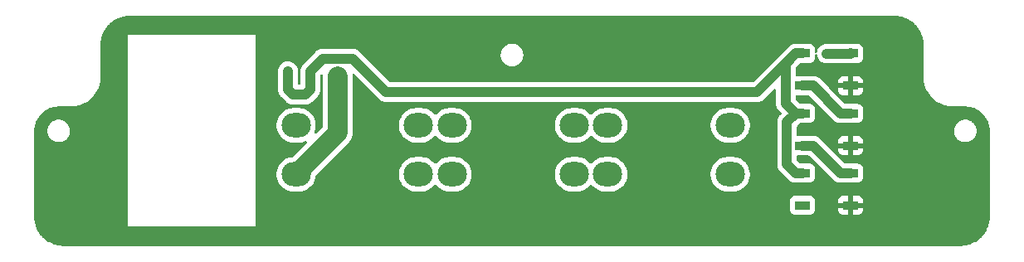
<source format=gbr>
%TF.GenerationSoftware,KiCad,Pcbnew,7.0.9*%
%TF.CreationDate,2024-01-11T16:53:53+09:00*%
%TF.ProjectId,IO_Board,494f5f42-6f61-4726-942e-6b696361645f,rev?*%
%TF.SameCoordinates,Original*%
%TF.FileFunction,Copper,L1,Top*%
%TF.FilePolarity,Positive*%
%FSLAX46Y46*%
G04 Gerber Fmt 4.6, Leading zero omitted, Abs format (unit mm)*
G04 Created by KiCad (PCBNEW 7.0.9) date 2024-01-11 16:53:53*
%MOMM*%
%LPD*%
G01*
G04 APERTURE LIST*
%TA.AperFunction,ComponentPad*%
%ADD10O,3.000000X2.500000*%
%TD*%
%TA.AperFunction,SMDPad,CuDef*%
%ADD11R,1.500000X0.900000*%
%TD*%
%TA.AperFunction,ViaPad*%
%ADD12C,0.800000*%
%TD*%
%TA.AperFunction,Conductor*%
%ADD13C,1.000000*%
%TD*%
%TA.AperFunction,Conductor*%
%ADD14C,2.000000*%
%TD*%
G04 APERTURE END LIST*
D10*
%TO.P,RUN,1,1*%
%TO.N,+3.3V*%
X158777000Y-91440000D03*
X146277000Y-91440000D03*
%TO.P,RUN,2,2*%
%TO.N,BTN_Run*%
X158777000Y-86440000D03*
X146277000Y-86440000D03*
%TD*%
%TO.P,RIGHT,1,1*%
%TO.N,+3.3V*%
X174679000Y-91440000D03*
X162179000Y-91440000D03*
%TO.P,RIGHT,2,2*%
%TO.N,BTN_Right*%
X174679000Y-86440000D03*
X162179000Y-86440000D03*
%TD*%
%TO.P,LEFT,1,1*%
%TO.N,+3.3V*%
X142875000Y-91440000D03*
X130375000Y-91440000D03*
%TO.P,LEFT,2,2*%
%TO.N,BTN_Left*%
X142875000Y-86440000D03*
X130375000Y-86440000D03*
%TD*%
D11*
%TO.P,D1,1,VDD*%
%TO.N,+5V*%
X182044000Y-79106000D03*
%TO.P,D1,2,DOUT*%
%TO.N,Net-(D1-DOUT)*%
X182044000Y-82406000D03*
%TO.P,D1,3,VSS*%
%TO.N,GND*%
X186944000Y-82406000D03*
%TO.P,D1,4,DIN*%
%TO.N,IND_PWM*%
X186944000Y-79106000D03*
%TD*%
%TO.P,D3,1,VDD*%
%TO.N,+5V*%
X182044000Y-91314000D03*
%TO.P,D3,2,DOUT*%
%TO.N,unconnected-(D3-DOUT-Pad2)*%
X182044000Y-94614000D03*
%TO.P,D3,3,VSS*%
%TO.N,GND*%
X186944000Y-94614000D03*
%TO.P,D3,4,DIN*%
%TO.N,Net-(D2-DOUT)*%
X186944000Y-91314000D03*
%TD*%
%TO.P,D2,1,VDD*%
%TO.N,+5V*%
X182044000Y-85218000D03*
%TO.P,D2,2,DOUT*%
%TO.N,Net-(D2-DOUT)*%
X182044000Y-88518000D03*
%TO.P,D2,3,VSS*%
%TO.N,GND*%
X186944000Y-88518000D03*
%TO.P,D2,4,DIN*%
%TO.N,Net-(D1-DOUT)*%
X186944000Y-85218000D03*
%TD*%
D12*
%TO.N,+5V*%
X129540000Y-80899000D03*
X129540000Y-81915000D03*
%TO.N,GND*%
X137160000Y-76200000D03*
X177800000Y-76200000D03*
X193040000Y-87630000D03*
X132588000Y-84328000D03*
X177800000Y-96520000D03*
X178308000Y-80010000D03*
X177800000Y-88900000D03*
X193040000Y-96520000D03*
X187960000Y-96520000D03*
X182880000Y-96520000D03*
X142240000Y-96520000D03*
X182880000Y-76200000D03*
X132080000Y-76200000D03*
X162560000Y-96520000D03*
X184531000Y-92964000D03*
X172720000Y-76200000D03*
X198120000Y-96520000D03*
X160528000Y-88900000D03*
X187960000Y-76200000D03*
X167640000Y-76200000D03*
X147320000Y-96520000D03*
X144526000Y-88900000D03*
X157480000Y-76200000D03*
X106680000Y-96520000D03*
X157480000Y-96520000D03*
X184531000Y-86868000D03*
X116840000Y-76200000D03*
X142240000Y-76200000D03*
X132080000Y-96520000D03*
X147320000Y-76200000D03*
X162560000Y-76200000D03*
X128270000Y-84455000D03*
X157480000Y-80010000D03*
X127000000Y-76200000D03*
X152400000Y-76200000D03*
X121920000Y-76200000D03*
%TO.N,IND_PWM*%
X184531000Y-79121000D03*
%TO.N,+3.3V*%
X134620000Y-81407000D03*
%TD*%
D13*
%TO.N,+5V*%
X181371000Y-79106000D02*
X177419000Y-83058000D01*
X131826000Y-80899000D02*
X131826000Y-82804000D01*
X182044000Y-85218000D02*
X181357000Y-85218000D01*
X131318000Y-83312000D02*
X130048000Y-83312000D01*
X177419000Y-83058000D02*
X139573000Y-83058000D01*
X131826000Y-82804000D02*
X131318000Y-83312000D01*
X136144000Y-79629000D02*
X133096000Y-79629000D01*
X182044000Y-91314000D02*
X181357000Y-91314000D01*
X181371000Y-79106000D02*
X182044000Y-79106000D01*
X133096000Y-79629000D02*
X131826000Y-80899000D01*
X180340000Y-80137000D02*
X181371000Y-79106000D01*
X180467000Y-86106000D02*
X181355000Y-85218000D01*
X129540000Y-82804000D02*
X129540000Y-81915000D01*
X129540000Y-80899000D02*
X129540000Y-81915000D01*
X139573000Y-83058000D02*
X136144000Y-79629000D01*
X180340000Y-84201000D02*
X180340000Y-80137000D01*
X181355000Y-85218000D02*
X182044000Y-85218000D01*
X181357000Y-91314000D02*
X180467000Y-90424000D01*
X180467000Y-90424000D02*
X180467000Y-86106000D01*
X130048000Y-83312000D02*
X129540000Y-82804000D01*
X181357000Y-85218000D02*
X180340000Y-84201000D01*
%TO.N,Net-(D1-DOUT)*%
X183117000Y-82406000D02*
X185929000Y-85218000D01*
X185929000Y-85218000D02*
X186944000Y-85218000D01*
X182044000Y-82406000D02*
X183117000Y-82406000D01*
%TO.N,IND_PWM*%
X186929000Y-79121000D02*
X186944000Y-79106000D01*
X184531000Y-79121000D02*
X186929000Y-79121000D01*
%TO.N,Net-(D2-DOUT)*%
X183133000Y-88518000D02*
X185929000Y-91314000D01*
X185929000Y-91314000D02*
X186944000Y-91314000D01*
X182044000Y-88518000D02*
X183133000Y-88518000D01*
D14*
%TO.N,+3.3V*%
X134620000Y-87195000D02*
X130375000Y-91440000D01*
X134620000Y-81407000D02*
X134620000Y-87195000D01*
%TD*%
%TA.AperFunction,Conductor*%
%TO.N,GND*%
G36*
X191401621Y-75255584D02*
G01*
X191533517Y-75262497D01*
X191717024Y-75272802D01*
X191723197Y-75273462D01*
X191820761Y-75288914D01*
X191875718Y-75297620D01*
X191937799Y-75308167D01*
X192038182Y-75325222D01*
X192043809Y-75326452D01*
X192196763Y-75367436D01*
X192351709Y-75412076D01*
X192356744Y-75413763D01*
X192506111Y-75471100D01*
X192506220Y-75471142D01*
X192653986Y-75532349D01*
X192658409Y-75534388D01*
X192658431Y-75534399D01*
X192801946Y-75607523D01*
X192941481Y-75684641D01*
X192945226Y-75686889D01*
X193011776Y-75730107D01*
X193080886Y-75774989D01*
X193210745Y-75867128D01*
X193213886Y-75869510D01*
X193338753Y-75970625D01*
X193341049Y-75972579D01*
X193458711Y-76077727D01*
X193461233Y-76080112D01*
X193574899Y-76193778D01*
X193577276Y-76196293D01*
X193682416Y-76313946D01*
X193684369Y-76316241D01*
X193723151Y-76364132D01*
X193785497Y-76441122D01*
X193787867Y-76444247D01*
X193880015Y-76574118D01*
X193968111Y-76709776D01*
X193970377Y-76713554D01*
X194047474Y-76853049D01*
X194120611Y-76996590D01*
X194122650Y-77001012D01*
X194183861Y-77148788D01*
X194241225Y-77298228D01*
X194242920Y-77303284D01*
X194287566Y-77458248D01*
X194328544Y-77611183D01*
X194329781Y-77616848D01*
X194357380Y-77779282D01*
X194381532Y-77931769D01*
X194382198Y-77937996D01*
X194392495Y-78121350D01*
X194399416Y-78253402D01*
X194399501Y-78256648D01*
X194399501Y-81509499D01*
X194399501Y-81509999D01*
X194399501Y-81667249D01*
X194424823Y-81908172D01*
X194432376Y-81980030D01*
X194497761Y-82287646D01*
X194497762Y-82287648D01*
X194497763Y-82287651D01*
X194594948Y-82586758D01*
X194673906Y-82764101D01*
X194722866Y-82874067D01*
X194722869Y-82874073D01*
X194880113Y-83146427D01*
X194880116Y-83146432D01*
X195064968Y-83400860D01*
X195064975Y-83400869D01*
X195117370Y-83459059D01*
X195275415Y-83634585D01*
X195387178Y-83735217D01*
X195509130Y-83845024D01*
X195509139Y-83845031D01*
X195763567Y-84029883D01*
X195763572Y-84029886D01*
X196002101Y-84167601D01*
X196035933Y-84187134D01*
X196323242Y-84315052D01*
X196622349Y-84412237D01*
X196622352Y-84412237D01*
X196622353Y-84412238D01*
X196664738Y-84421247D01*
X196929975Y-84477625D01*
X197242751Y-84510499D01*
X197399902Y-84510499D01*
X198648124Y-84510499D01*
X198651868Y-84510612D01*
X198748973Y-84516485D01*
X198956415Y-84530083D01*
X198963502Y-84530962D01*
X199099179Y-84555826D01*
X199265664Y-84588942D01*
X199271982Y-84590550D01*
X199390940Y-84627619D01*
X199411109Y-84633904D01*
X199413495Y-84634714D01*
X199565058Y-84686162D01*
X199570551Y-84688325D01*
X199706464Y-84749494D01*
X199849864Y-84820211D01*
X199854498Y-84822749D01*
X199926386Y-84866207D01*
X199982369Y-84900050D01*
X199984723Y-84901546D01*
X200034718Y-84934952D01*
X200115592Y-84988991D01*
X200119385Y-84991737D01*
X200237551Y-85084314D01*
X200240184Y-85086497D01*
X200358084Y-85189892D01*
X200361045Y-85192666D01*
X200467332Y-85298953D01*
X200470106Y-85301915D01*
X200573495Y-85419808D01*
X200575686Y-85422451D01*
X200668256Y-85540605D01*
X200671000Y-85544395D01*
X200758471Y-85675303D01*
X200759955Y-85677638D01*
X200837242Y-85805488D01*
X200839791Y-85810143D01*
X200910509Y-85953545D01*
X200971669Y-86089437D01*
X200973842Y-86094957D01*
X201026103Y-86248913D01*
X201069440Y-86387986D01*
X201071057Y-86394339D01*
X201104185Y-86560883D01*
X201129032Y-86696475D01*
X201129916Y-86703601D01*
X201143530Y-86911301D01*
X201149387Y-87008116D01*
X201149500Y-87011861D01*
X201149500Y-95763375D01*
X201149415Y-95766621D01*
X201142521Y-95898162D01*
X201132194Y-96082030D01*
X201131528Y-96088257D01*
X201107414Y-96240501D01*
X201079775Y-96403173D01*
X201078538Y-96408837D01*
X201037594Y-96561644D01*
X200992911Y-96716737D01*
X200991216Y-96721794D01*
X200933892Y-96871131D01*
X200872637Y-97019012D01*
X200870598Y-97023434D01*
X200797508Y-97166883D01*
X200720351Y-97306488D01*
X200718084Y-97310266D01*
X200630039Y-97445843D01*
X200537851Y-97575769D01*
X200535468Y-97578910D01*
X200434394Y-97703725D01*
X200432441Y-97706021D01*
X200327258Y-97823722D01*
X200324868Y-97826249D01*
X200211256Y-97939863D01*
X200208728Y-97942253D01*
X200091015Y-98047447D01*
X200088719Y-98049401D01*
X199963908Y-98150471D01*
X199960767Y-98152853D01*
X199830856Y-98245031D01*
X199695256Y-98333090D01*
X199691478Y-98335357D01*
X199560514Y-98407739D01*
X199551932Y-98412483D01*
X199551908Y-98412496D01*
X199408430Y-98485601D01*
X199404007Y-98487639D01*
X199256152Y-98548883D01*
X199106790Y-98606217D01*
X199101734Y-98607912D01*
X198946645Y-98652594D01*
X198793838Y-98693538D01*
X198788174Y-98694775D01*
X198625543Y-98722408D01*
X198473248Y-98746529D01*
X198467021Y-98747195D01*
X198283116Y-98757523D01*
X198151641Y-98764414D01*
X198148395Y-98764499D01*
X106651624Y-98764499D01*
X106648379Y-98764414D01*
X106516511Y-98757502D01*
X106332997Y-98747197D01*
X106326769Y-98746531D01*
X106174282Y-98722379D01*
X106011848Y-98694780D01*
X106006183Y-98693543D01*
X105853248Y-98652565D01*
X105698284Y-98607919D01*
X105693228Y-98606224D01*
X105543801Y-98548865D01*
X105396003Y-98487645D01*
X105391581Y-98485606D01*
X105248069Y-98412483D01*
X105108535Y-98335366D01*
X105104767Y-98333105D01*
X104969110Y-98245008D01*
X104839265Y-98152878D01*
X104836124Y-98150496D01*
X104711238Y-98049366D01*
X104708942Y-98047412D01*
X104591295Y-97942277D01*
X104588768Y-97939887D01*
X104475110Y-97826229D01*
X104472720Y-97823702D01*
X104367585Y-97706055D01*
X104365631Y-97703759D01*
X104365603Y-97703725D01*
X104326849Y-97655867D01*
X104264501Y-97578872D01*
X104262119Y-97575732D01*
X104169990Y-97445888D01*
X104081916Y-97310266D01*
X104081890Y-97310227D01*
X104079631Y-97306460D01*
X104002524Y-97166945D01*
X103929384Y-97023400D01*
X103927353Y-97018996D01*
X103866148Y-96871232D01*
X103808767Y-96721751D01*
X103808478Y-96720889D01*
X113237416Y-96720889D01*
X113237459Y-96745001D01*
X113237500Y-96745099D01*
X113237616Y-96745382D01*
X113237618Y-96745384D01*
X113237808Y-96745462D01*
X113238000Y-96745541D01*
X113238002Y-96745539D01*
X113262616Y-96745524D01*
X113262616Y-96745528D01*
X113262760Y-96745500D01*
X126213240Y-96745500D01*
X126213383Y-96745528D01*
X126213384Y-96745524D01*
X126237997Y-96745539D01*
X126238000Y-96745541D01*
X126238383Y-96745383D01*
X126238500Y-96745099D01*
X126238541Y-96745000D01*
X126238540Y-96744997D01*
X126238583Y-96720889D01*
X126238500Y-96720467D01*
X126238500Y-95111870D01*
X180793500Y-95111870D01*
X180793501Y-95111876D01*
X180799908Y-95171483D01*
X180850202Y-95306328D01*
X180850206Y-95306335D01*
X180936452Y-95421544D01*
X180936455Y-95421547D01*
X181051664Y-95507793D01*
X181051671Y-95507797D01*
X181186517Y-95558091D01*
X181186516Y-95558091D01*
X181193444Y-95558835D01*
X181246127Y-95564500D01*
X182841872Y-95564499D01*
X182901483Y-95558091D01*
X183036331Y-95507796D01*
X183151546Y-95421546D01*
X183237796Y-95306331D01*
X183288091Y-95171483D01*
X183294500Y-95111873D01*
X183294500Y-94864000D01*
X185694000Y-94864000D01*
X185694000Y-95111844D01*
X185700401Y-95171372D01*
X185700403Y-95171379D01*
X185750645Y-95306086D01*
X185750649Y-95306093D01*
X185836809Y-95421187D01*
X185836812Y-95421190D01*
X185951906Y-95507350D01*
X185951913Y-95507354D01*
X186086620Y-95557596D01*
X186086627Y-95557598D01*
X186146155Y-95563999D01*
X186146172Y-95564000D01*
X186694000Y-95564000D01*
X186694000Y-94864000D01*
X187194000Y-94864000D01*
X187194000Y-95564000D01*
X187741828Y-95564000D01*
X187741844Y-95563999D01*
X187801372Y-95557598D01*
X187801379Y-95557596D01*
X187936086Y-95507354D01*
X187936093Y-95507350D01*
X188051187Y-95421190D01*
X188051190Y-95421187D01*
X188137350Y-95306093D01*
X188137354Y-95306086D01*
X188187596Y-95171379D01*
X188187598Y-95171372D01*
X188193999Y-95111844D01*
X188194000Y-95111827D01*
X188194000Y-94864000D01*
X187194000Y-94864000D01*
X186694000Y-94864000D01*
X185694000Y-94864000D01*
X183294500Y-94864000D01*
X183294499Y-94364000D01*
X185694000Y-94364000D01*
X186694000Y-94364000D01*
X186694000Y-93664000D01*
X187194000Y-93664000D01*
X187194000Y-94364000D01*
X188194000Y-94364000D01*
X188194000Y-94116172D01*
X188193999Y-94116155D01*
X188187598Y-94056627D01*
X188187596Y-94056620D01*
X188137354Y-93921913D01*
X188137350Y-93921906D01*
X188051190Y-93806812D01*
X188051187Y-93806809D01*
X187936093Y-93720649D01*
X187936086Y-93720645D01*
X187801379Y-93670403D01*
X187801372Y-93670401D01*
X187741844Y-93664000D01*
X187194000Y-93664000D01*
X186694000Y-93664000D01*
X186146155Y-93664000D01*
X186086627Y-93670401D01*
X186086620Y-93670403D01*
X185951913Y-93720645D01*
X185951906Y-93720649D01*
X185836812Y-93806809D01*
X185836809Y-93806812D01*
X185750649Y-93921906D01*
X185750645Y-93921913D01*
X185700403Y-94056620D01*
X185700401Y-94056627D01*
X185694000Y-94116155D01*
X185694000Y-94364000D01*
X183294499Y-94364000D01*
X183294499Y-94116128D01*
X183288091Y-94056517D01*
X183237884Y-93921906D01*
X183237797Y-93921671D01*
X183237793Y-93921664D01*
X183151547Y-93806455D01*
X183151544Y-93806452D01*
X183036335Y-93720206D01*
X183036328Y-93720202D01*
X182901482Y-93669908D01*
X182901483Y-93669908D01*
X182841883Y-93663501D01*
X182841881Y-93663500D01*
X182841873Y-93663500D01*
X182841864Y-93663500D01*
X181246129Y-93663500D01*
X181246123Y-93663501D01*
X181186516Y-93669908D01*
X181051671Y-93720202D01*
X181051664Y-93720206D01*
X180936455Y-93806452D01*
X180936452Y-93806455D01*
X180850206Y-93921664D01*
X180850202Y-93921671D01*
X180799908Y-94056517D01*
X180793501Y-94116116D01*
X180793501Y-94116123D01*
X180793500Y-94116135D01*
X180793500Y-95111870D01*
X126238500Y-95111870D01*
X126238500Y-91571187D01*
X128374500Y-91571187D01*
X128394794Y-91705823D01*
X128413604Y-91830615D01*
X128413605Y-91830617D01*
X128413606Y-91830623D01*
X128490938Y-92081326D01*
X128604767Y-92317696D01*
X128604768Y-92317697D01*
X128604770Y-92317700D01*
X128604772Y-92317704D01*
X128674000Y-92419242D01*
X128752567Y-92534479D01*
X128931014Y-92726801D01*
X128931018Y-92726804D01*
X128931019Y-92726805D01*
X129136143Y-92890386D01*
X129363357Y-93021568D01*
X129607584Y-93117420D01*
X129863370Y-93175802D01*
X129863376Y-93175802D01*
X129863379Y-93175803D01*
X130059500Y-93190500D01*
X130059506Y-93190500D01*
X130690500Y-93190500D01*
X130886620Y-93175803D01*
X130886622Y-93175802D01*
X130886630Y-93175802D01*
X131142416Y-93117420D01*
X131386643Y-93021568D01*
X131613857Y-92890386D01*
X131818981Y-92726805D01*
X131997433Y-92534479D01*
X132145228Y-92317704D01*
X132150483Y-92306793D01*
X132192516Y-92219510D01*
X132259063Y-92081323D01*
X132336396Y-91830615D01*
X132371132Y-91600157D01*
X132384602Y-91571187D01*
X140874500Y-91571187D01*
X140894794Y-91705823D01*
X140913604Y-91830615D01*
X140913605Y-91830617D01*
X140913606Y-91830623D01*
X140990938Y-92081326D01*
X141104767Y-92317696D01*
X141104768Y-92317697D01*
X141104770Y-92317700D01*
X141104772Y-92317704D01*
X141174000Y-92419242D01*
X141252567Y-92534479D01*
X141431014Y-92726801D01*
X141431018Y-92726804D01*
X141431019Y-92726805D01*
X141636143Y-92890386D01*
X141863357Y-93021568D01*
X142107584Y-93117420D01*
X142363370Y-93175802D01*
X142363376Y-93175802D01*
X142363379Y-93175803D01*
X142559500Y-93190500D01*
X142559506Y-93190500D01*
X143190500Y-93190500D01*
X143386620Y-93175803D01*
X143386622Y-93175802D01*
X143386630Y-93175802D01*
X143642416Y-93117420D01*
X143886643Y-93021568D01*
X144113857Y-92890386D01*
X144318981Y-92726805D01*
X144485102Y-92547768D01*
X144545129Y-92512014D01*
X144614958Y-92514389D01*
X144666897Y-92547767D01*
X144726079Y-92611551D01*
X144833014Y-92726801D01*
X144833018Y-92726804D01*
X144833019Y-92726805D01*
X145038143Y-92890386D01*
X145265357Y-93021568D01*
X145509584Y-93117420D01*
X145765370Y-93175802D01*
X145765376Y-93175802D01*
X145765379Y-93175803D01*
X145961500Y-93190500D01*
X145961506Y-93190500D01*
X146592500Y-93190500D01*
X146788620Y-93175803D01*
X146788622Y-93175802D01*
X146788630Y-93175802D01*
X147044416Y-93117420D01*
X147288643Y-93021568D01*
X147515857Y-92890386D01*
X147720981Y-92726805D01*
X147899433Y-92534479D01*
X148047228Y-92317704D01*
X148052483Y-92306793D01*
X148094516Y-92219510D01*
X148161063Y-92081323D01*
X148238396Y-91830615D01*
X148277499Y-91571187D01*
X156776500Y-91571187D01*
X156796794Y-91705823D01*
X156815604Y-91830615D01*
X156815605Y-91830617D01*
X156815606Y-91830623D01*
X156892938Y-92081326D01*
X157006767Y-92317696D01*
X157006768Y-92317697D01*
X157006770Y-92317700D01*
X157006772Y-92317704D01*
X157076000Y-92419242D01*
X157154567Y-92534479D01*
X157333014Y-92726801D01*
X157333018Y-92726804D01*
X157333019Y-92726805D01*
X157538143Y-92890386D01*
X157765357Y-93021568D01*
X158009584Y-93117420D01*
X158265370Y-93175802D01*
X158265376Y-93175802D01*
X158265379Y-93175803D01*
X158461500Y-93190500D01*
X158461506Y-93190500D01*
X159092500Y-93190500D01*
X159288620Y-93175803D01*
X159288622Y-93175802D01*
X159288630Y-93175802D01*
X159544416Y-93117420D01*
X159788643Y-93021568D01*
X160015857Y-92890386D01*
X160220981Y-92726805D01*
X160387102Y-92547768D01*
X160447129Y-92512014D01*
X160516958Y-92514389D01*
X160568897Y-92547767D01*
X160628079Y-92611551D01*
X160735014Y-92726801D01*
X160735018Y-92726804D01*
X160735019Y-92726805D01*
X160940143Y-92890386D01*
X161167357Y-93021568D01*
X161411584Y-93117420D01*
X161667370Y-93175802D01*
X161667376Y-93175802D01*
X161667379Y-93175803D01*
X161863500Y-93190500D01*
X161863506Y-93190500D01*
X162494500Y-93190500D01*
X162690620Y-93175803D01*
X162690622Y-93175802D01*
X162690630Y-93175802D01*
X162946416Y-93117420D01*
X163190643Y-93021568D01*
X163417857Y-92890386D01*
X163622981Y-92726805D01*
X163801433Y-92534479D01*
X163949228Y-92317704D01*
X163954483Y-92306793D01*
X163996516Y-92219510D01*
X164063063Y-92081323D01*
X164140396Y-91830615D01*
X164179499Y-91571187D01*
X172678500Y-91571187D01*
X172698794Y-91705823D01*
X172717604Y-91830615D01*
X172717605Y-91830617D01*
X172717606Y-91830623D01*
X172794938Y-92081326D01*
X172908767Y-92317696D01*
X172908768Y-92317697D01*
X172908770Y-92317700D01*
X172908772Y-92317704D01*
X172978000Y-92419242D01*
X173056567Y-92534479D01*
X173235014Y-92726801D01*
X173235018Y-92726804D01*
X173235019Y-92726805D01*
X173440143Y-92890386D01*
X173667357Y-93021568D01*
X173911584Y-93117420D01*
X174167370Y-93175802D01*
X174167376Y-93175802D01*
X174167379Y-93175803D01*
X174363500Y-93190500D01*
X174363506Y-93190500D01*
X174994500Y-93190500D01*
X175190620Y-93175803D01*
X175190622Y-93175802D01*
X175190630Y-93175802D01*
X175446416Y-93117420D01*
X175690643Y-93021568D01*
X175917857Y-92890386D01*
X176122981Y-92726805D01*
X176301433Y-92534479D01*
X176449228Y-92317704D01*
X176454483Y-92306793D01*
X176496516Y-92219510D01*
X176563063Y-92081323D01*
X176640396Y-91830615D01*
X176679500Y-91571182D01*
X176679500Y-91308818D01*
X176640396Y-91049385D01*
X176563063Y-90798677D01*
X176515857Y-90700652D01*
X176449232Y-90562303D01*
X176449231Y-90562302D01*
X176449230Y-90562301D01*
X176449228Y-90562296D01*
X176301433Y-90345521D01*
X176238023Y-90277181D01*
X176122985Y-90153198D01*
X176083533Y-90121736D01*
X175917857Y-89989614D01*
X175690643Y-89858432D01*
X175446416Y-89762580D01*
X175446411Y-89762578D01*
X175446402Y-89762576D01*
X175228818Y-89712914D01*
X175190630Y-89704198D01*
X175190629Y-89704197D01*
X175190625Y-89704197D01*
X175190620Y-89704196D01*
X174994500Y-89689500D01*
X174994494Y-89689500D01*
X174363506Y-89689500D01*
X174363500Y-89689500D01*
X174167379Y-89704196D01*
X174167374Y-89704197D01*
X173911597Y-89762576D01*
X173911578Y-89762582D01*
X173667356Y-89858432D01*
X173440143Y-89989614D01*
X173235014Y-90153198D01*
X173056567Y-90345520D01*
X172908768Y-90562302D01*
X172908767Y-90562303D01*
X172794938Y-90798673D01*
X172717606Y-91049376D01*
X172717605Y-91049381D01*
X172717604Y-91049385D01*
X172716077Y-91059518D01*
X172678500Y-91308812D01*
X172678500Y-91571187D01*
X164179499Y-91571187D01*
X164179500Y-91571182D01*
X164179500Y-91308818D01*
X164140396Y-91049385D01*
X164063063Y-90798677D01*
X164015857Y-90700652D01*
X163949232Y-90562303D01*
X163949231Y-90562302D01*
X163949230Y-90562301D01*
X163949228Y-90562296D01*
X163801433Y-90345521D01*
X163738023Y-90277181D01*
X163622985Y-90153198D01*
X163583533Y-90121736D01*
X163417857Y-89989614D01*
X163190643Y-89858432D01*
X162946416Y-89762580D01*
X162946411Y-89762578D01*
X162946402Y-89762576D01*
X162728818Y-89712914D01*
X162690630Y-89704198D01*
X162690629Y-89704197D01*
X162690625Y-89704197D01*
X162690620Y-89704196D01*
X162494500Y-89689500D01*
X162494494Y-89689500D01*
X161863506Y-89689500D01*
X161863500Y-89689500D01*
X161667379Y-89704196D01*
X161667374Y-89704197D01*
X161411597Y-89762576D01*
X161411578Y-89762582D01*
X161167356Y-89858432D01*
X160940143Y-89989614D01*
X160735014Y-90153198D01*
X160568899Y-90332230D01*
X160508870Y-90367985D01*
X160439041Y-90365610D01*
X160387101Y-90332230D01*
X160220985Y-90153198D01*
X160181533Y-90121736D01*
X160015857Y-89989614D01*
X159788643Y-89858432D01*
X159544416Y-89762580D01*
X159544411Y-89762578D01*
X159544402Y-89762576D01*
X159326818Y-89712914D01*
X159288630Y-89704198D01*
X159288629Y-89704197D01*
X159288625Y-89704197D01*
X159288620Y-89704196D01*
X159092500Y-89689500D01*
X159092494Y-89689500D01*
X158461506Y-89689500D01*
X158461500Y-89689500D01*
X158265379Y-89704196D01*
X158265374Y-89704197D01*
X158009597Y-89762576D01*
X158009578Y-89762582D01*
X157765356Y-89858432D01*
X157538143Y-89989614D01*
X157333014Y-90153198D01*
X157154567Y-90345520D01*
X157006768Y-90562302D01*
X157006767Y-90562303D01*
X156892938Y-90798673D01*
X156815606Y-91049376D01*
X156815605Y-91049381D01*
X156815604Y-91049385D01*
X156814077Y-91059518D01*
X156776500Y-91308812D01*
X156776500Y-91571187D01*
X148277499Y-91571187D01*
X148277500Y-91571182D01*
X148277500Y-91308818D01*
X148238396Y-91049385D01*
X148161063Y-90798677D01*
X148113857Y-90700652D01*
X148047232Y-90562303D01*
X148047231Y-90562302D01*
X148047230Y-90562301D01*
X148047228Y-90562296D01*
X147899433Y-90345521D01*
X147836023Y-90277181D01*
X147720985Y-90153198D01*
X147681533Y-90121736D01*
X147515857Y-89989614D01*
X147288643Y-89858432D01*
X147044416Y-89762580D01*
X147044411Y-89762578D01*
X147044402Y-89762576D01*
X146826818Y-89712914D01*
X146788630Y-89704198D01*
X146788629Y-89704197D01*
X146788625Y-89704197D01*
X146788620Y-89704196D01*
X146592500Y-89689500D01*
X146592494Y-89689500D01*
X145961506Y-89689500D01*
X145961500Y-89689500D01*
X145765379Y-89704196D01*
X145765374Y-89704197D01*
X145509597Y-89762576D01*
X145509578Y-89762582D01*
X145265356Y-89858432D01*
X145038143Y-89989614D01*
X144833014Y-90153198D01*
X144666899Y-90332230D01*
X144606870Y-90367985D01*
X144537041Y-90365610D01*
X144485101Y-90332230D01*
X144318985Y-90153198D01*
X144279533Y-90121736D01*
X144113857Y-89989614D01*
X143886643Y-89858432D01*
X143642416Y-89762580D01*
X143642411Y-89762578D01*
X143642402Y-89762576D01*
X143424818Y-89712914D01*
X143386630Y-89704198D01*
X143386629Y-89704197D01*
X143386625Y-89704197D01*
X143386620Y-89704196D01*
X143190500Y-89689500D01*
X143190494Y-89689500D01*
X142559506Y-89689500D01*
X142559500Y-89689500D01*
X142363379Y-89704196D01*
X142363374Y-89704197D01*
X142107597Y-89762576D01*
X142107578Y-89762582D01*
X141863356Y-89858432D01*
X141636143Y-89989614D01*
X141431014Y-90153198D01*
X141252567Y-90345520D01*
X141104768Y-90562302D01*
X141104767Y-90562303D01*
X140990938Y-90798673D01*
X140913606Y-91049376D01*
X140913605Y-91049381D01*
X140913604Y-91049385D01*
X140912077Y-91059518D01*
X140874500Y-91308812D01*
X140874500Y-91571187D01*
X132384602Y-91571187D01*
X132400589Y-91536803D01*
X132406051Y-91530975D01*
X135612426Y-88324599D01*
X135618163Y-88319534D01*
X135639744Y-88302738D01*
X135702960Y-88234066D01*
X135724902Y-88212125D01*
X135724900Y-88212128D01*
X135731938Y-88203816D01*
X135744957Y-88188445D01*
X135808164Y-88119785D01*
X135823117Y-88096894D01*
X135827697Y-88090754D01*
X135845366Y-88069894D01*
X135893136Y-87989724D01*
X135944173Y-87911607D01*
X135955154Y-87886571D01*
X135958657Y-87879764D01*
X135972656Y-87856273D01*
X136006580Y-87769332D01*
X136044063Y-87683881D01*
X136050771Y-87657385D01*
X136053110Y-87650083D01*
X136063050Y-87624614D01*
X136082202Y-87533274D01*
X136105108Y-87442821D01*
X136107364Y-87415593D01*
X136108473Y-87407982D01*
X136109327Y-87403904D01*
X136114081Y-87381237D01*
X136117937Y-87287990D01*
X136120500Y-87257067D01*
X136120500Y-87226035D01*
X136124357Y-87132779D01*
X136120975Y-87105651D01*
X136120500Y-87097981D01*
X136120500Y-86571187D01*
X140874500Y-86571187D01*
X140893104Y-86694608D01*
X140913604Y-86830615D01*
X140913605Y-86830617D01*
X140913606Y-86830623D01*
X140990938Y-87081326D01*
X141104767Y-87317696D01*
X141104768Y-87317697D01*
X141104770Y-87317700D01*
X141104772Y-87317704D01*
X141251508Y-87532926D01*
X141252567Y-87534479D01*
X141431014Y-87726801D01*
X141431018Y-87726804D01*
X141431019Y-87726805D01*
X141636143Y-87890386D01*
X141863357Y-88021568D01*
X142107584Y-88117420D01*
X142363370Y-88175802D01*
X142363376Y-88175802D01*
X142363379Y-88175803D01*
X142559500Y-88190500D01*
X142559506Y-88190500D01*
X143190500Y-88190500D01*
X143386620Y-88175803D01*
X143386622Y-88175802D01*
X143386630Y-88175802D01*
X143642416Y-88117420D01*
X143886643Y-88021568D01*
X144113857Y-87890386D01*
X144318981Y-87726805D01*
X144327016Y-87718146D01*
X144390183Y-87650067D01*
X144485102Y-87547768D01*
X144545129Y-87512014D01*
X144614958Y-87514389D01*
X144666897Y-87547767D01*
X144691611Y-87574403D01*
X144833014Y-87726801D01*
X144833018Y-87726804D01*
X144833019Y-87726805D01*
X145038143Y-87890386D01*
X145265357Y-88021568D01*
X145509584Y-88117420D01*
X145765370Y-88175802D01*
X145765376Y-88175802D01*
X145765379Y-88175803D01*
X145961500Y-88190500D01*
X145961506Y-88190500D01*
X146592500Y-88190500D01*
X146788620Y-88175803D01*
X146788622Y-88175802D01*
X146788630Y-88175802D01*
X147044416Y-88117420D01*
X147288643Y-88021568D01*
X147515857Y-87890386D01*
X147720981Y-87726805D01*
X147729016Y-87718146D01*
X147792183Y-87650067D01*
X147899433Y-87534479D01*
X148047228Y-87317704D01*
X148052249Y-87307279D01*
X148120023Y-87166543D01*
X148161063Y-87081323D01*
X148238396Y-86830615D01*
X148277499Y-86571187D01*
X156776500Y-86571187D01*
X156795104Y-86694608D01*
X156815604Y-86830615D01*
X156815605Y-86830617D01*
X156815606Y-86830623D01*
X156892938Y-87081326D01*
X157006767Y-87317696D01*
X157006768Y-87317697D01*
X157006770Y-87317700D01*
X157006772Y-87317704D01*
X157153508Y-87532926D01*
X157154567Y-87534479D01*
X157333014Y-87726801D01*
X157333018Y-87726804D01*
X157333019Y-87726805D01*
X157538143Y-87890386D01*
X157765357Y-88021568D01*
X158009584Y-88117420D01*
X158265370Y-88175802D01*
X158265376Y-88175802D01*
X158265379Y-88175803D01*
X158461500Y-88190500D01*
X158461506Y-88190500D01*
X159092500Y-88190500D01*
X159288620Y-88175803D01*
X159288622Y-88175802D01*
X159288630Y-88175802D01*
X159544416Y-88117420D01*
X159788643Y-88021568D01*
X160015857Y-87890386D01*
X160220981Y-87726805D01*
X160229016Y-87718146D01*
X160292183Y-87650067D01*
X160387102Y-87547768D01*
X160447129Y-87512014D01*
X160516958Y-87514389D01*
X160568897Y-87547767D01*
X160593611Y-87574403D01*
X160735014Y-87726801D01*
X160735018Y-87726804D01*
X160735019Y-87726805D01*
X160940143Y-87890386D01*
X161167357Y-88021568D01*
X161411584Y-88117420D01*
X161667370Y-88175802D01*
X161667376Y-88175802D01*
X161667379Y-88175803D01*
X161863500Y-88190500D01*
X161863506Y-88190500D01*
X162494500Y-88190500D01*
X162690620Y-88175803D01*
X162690622Y-88175802D01*
X162690630Y-88175802D01*
X162946416Y-88117420D01*
X163190643Y-88021568D01*
X163417857Y-87890386D01*
X163622981Y-87726805D01*
X163631016Y-87718146D01*
X163694183Y-87650067D01*
X163801433Y-87534479D01*
X163949228Y-87317704D01*
X163954249Y-87307279D01*
X164022023Y-87166543D01*
X164063063Y-87081323D01*
X164140396Y-86830615D01*
X164179499Y-86571187D01*
X172678500Y-86571187D01*
X172697104Y-86694608D01*
X172717604Y-86830615D01*
X172717605Y-86830617D01*
X172717606Y-86830623D01*
X172794938Y-87081326D01*
X172908767Y-87317696D01*
X172908768Y-87317697D01*
X172908770Y-87317700D01*
X172908772Y-87317704D01*
X173055508Y-87532926D01*
X173056567Y-87534479D01*
X173235014Y-87726801D01*
X173235018Y-87726804D01*
X173235019Y-87726805D01*
X173440143Y-87890386D01*
X173667357Y-88021568D01*
X173911584Y-88117420D01*
X174167370Y-88175802D01*
X174167376Y-88175802D01*
X174167379Y-88175803D01*
X174363500Y-88190500D01*
X174363506Y-88190500D01*
X174994500Y-88190500D01*
X175190620Y-88175803D01*
X175190622Y-88175802D01*
X175190630Y-88175802D01*
X175446416Y-88117420D01*
X175690643Y-88021568D01*
X175917857Y-87890386D01*
X176122981Y-87726805D01*
X176131016Y-87718146D01*
X176194183Y-87650067D01*
X176301433Y-87534479D01*
X176449228Y-87317704D01*
X176454249Y-87307279D01*
X176522023Y-87166543D01*
X176563063Y-87081323D01*
X176640396Y-86830615D01*
X176679500Y-86571182D01*
X176679500Y-86308818D01*
X176640396Y-86049385D01*
X176563063Y-85798677D01*
X176523187Y-85715873D01*
X176449232Y-85562303D01*
X176449231Y-85562302D01*
X176449230Y-85562301D01*
X176449228Y-85562296D01*
X176301433Y-85345521D01*
X176258246Y-85298976D01*
X176122985Y-85153198D01*
X176039344Y-85086497D01*
X175917857Y-84989614D01*
X175690643Y-84858432D01*
X175446416Y-84762580D01*
X175446411Y-84762578D01*
X175446402Y-84762576D01*
X175228818Y-84712914D01*
X175190630Y-84704198D01*
X175190629Y-84704197D01*
X175190625Y-84704197D01*
X175190620Y-84704196D01*
X174994500Y-84689500D01*
X174994494Y-84689500D01*
X174363506Y-84689500D01*
X174363500Y-84689500D01*
X174167379Y-84704196D01*
X174167374Y-84704197D01*
X173911597Y-84762576D01*
X173911578Y-84762582D01*
X173667356Y-84858432D01*
X173440143Y-84989614D01*
X173235014Y-85153198D01*
X173056567Y-85345520D01*
X172908768Y-85562302D01*
X172908767Y-85562303D01*
X172794938Y-85798673D01*
X172717606Y-86049376D01*
X172717605Y-86049381D01*
X172717604Y-86049385D01*
X172708197Y-86111796D01*
X172678500Y-86308812D01*
X172678500Y-86571187D01*
X164179499Y-86571187D01*
X164179500Y-86571182D01*
X164179500Y-86308818D01*
X164140396Y-86049385D01*
X164063063Y-85798677D01*
X164023187Y-85715873D01*
X163949232Y-85562303D01*
X163949231Y-85562302D01*
X163949230Y-85562301D01*
X163949228Y-85562296D01*
X163801433Y-85345521D01*
X163758246Y-85298976D01*
X163622985Y-85153198D01*
X163539344Y-85086497D01*
X163417857Y-84989614D01*
X163190643Y-84858432D01*
X162946416Y-84762580D01*
X162946411Y-84762578D01*
X162946402Y-84762576D01*
X162728818Y-84712914D01*
X162690630Y-84704198D01*
X162690629Y-84704197D01*
X162690625Y-84704197D01*
X162690620Y-84704196D01*
X162494500Y-84689500D01*
X162494494Y-84689500D01*
X161863506Y-84689500D01*
X161863500Y-84689500D01*
X161667379Y-84704196D01*
X161667374Y-84704197D01*
X161411597Y-84762576D01*
X161411578Y-84762582D01*
X161167356Y-84858432D01*
X160940143Y-84989614D01*
X160735014Y-85153198D01*
X160568899Y-85332230D01*
X160508870Y-85367985D01*
X160439041Y-85365610D01*
X160387101Y-85332230D01*
X160220985Y-85153198D01*
X160137344Y-85086497D01*
X160015857Y-84989614D01*
X159788643Y-84858432D01*
X159544416Y-84762580D01*
X159544411Y-84762578D01*
X159544402Y-84762576D01*
X159326818Y-84712914D01*
X159288630Y-84704198D01*
X159288629Y-84704197D01*
X159288625Y-84704197D01*
X159288620Y-84704196D01*
X159092500Y-84689500D01*
X159092494Y-84689500D01*
X158461506Y-84689500D01*
X158461500Y-84689500D01*
X158265379Y-84704196D01*
X158265374Y-84704197D01*
X158009597Y-84762576D01*
X158009578Y-84762582D01*
X157765356Y-84858432D01*
X157538143Y-84989614D01*
X157333014Y-85153198D01*
X157154567Y-85345520D01*
X157006768Y-85562302D01*
X157006767Y-85562303D01*
X156892938Y-85798673D01*
X156815606Y-86049376D01*
X156815605Y-86049381D01*
X156815604Y-86049385D01*
X156806197Y-86111796D01*
X156776500Y-86308812D01*
X156776500Y-86571187D01*
X148277499Y-86571187D01*
X148277500Y-86571182D01*
X148277500Y-86308818D01*
X148238396Y-86049385D01*
X148161063Y-85798677D01*
X148121187Y-85715873D01*
X148047232Y-85562303D01*
X148047231Y-85562302D01*
X148047230Y-85562301D01*
X148047228Y-85562296D01*
X147899433Y-85345521D01*
X147856246Y-85298976D01*
X147720985Y-85153198D01*
X147637344Y-85086497D01*
X147515857Y-84989614D01*
X147288643Y-84858432D01*
X147044416Y-84762580D01*
X147044411Y-84762578D01*
X147044402Y-84762576D01*
X146826818Y-84712914D01*
X146788630Y-84704198D01*
X146788629Y-84704197D01*
X146788625Y-84704197D01*
X146788620Y-84704196D01*
X146592500Y-84689500D01*
X146592494Y-84689500D01*
X145961506Y-84689500D01*
X145961500Y-84689500D01*
X145765379Y-84704196D01*
X145765374Y-84704197D01*
X145509597Y-84762576D01*
X145509578Y-84762582D01*
X145265356Y-84858432D01*
X145038143Y-84989614D01*
X144833014Y-85153198D01*
X144666899Y-85332230D01*
X144606870Y-85367985D01*
X144537041Y-85365610D01*
X144485101Y-85332230D01*
X144318985Y-85153198D01*
X144235344Y-85086497D01*
X144113857Y-84989614D01*
X143886643Y-84858432D01*
X143642416Y-84762580D01*
X143642411Y-84762578D01*
X143642402Y-84762576D01*
X143424818Y-84712914D01*
X143386630Y-84704198D01*
X143386629Y-84704197D01*
X143386625Y-84704197D01*
X143386620Y-84704196D01*
X143190500Y-84689500D01*
X143190494Y-84689500D01*
X142559506Y-84689500D01*
X142559500Y-84689500D01*
X142363379Y-84704196D01*
X142363374Y-84704197D01*
X142107597Y-84762576D01*
X142107578Y-84762582D01*
X141863356Y-84858432D01*
X141636143Y-84989614D01*
X141431014Y-85153198D01*
X141252567Y-85345520D01*
X141104768Y-85562302D01*
X141104767Y-85562303D01*
X140990938Y-85798673D01*
X140913606Y-86049376D01*
X140913605Y-86049381D01*
X140913604Y-86049385D01*
X140904197Y-86111796D01*
X140874500Y-86308812D01*
X140874500Y-86571187D01*
X136120500Y-86571187D01*
X136120500Y-81344938D01*
X136120500Y-81344933D01*
X136119114Y-81328216D01*
X136133192Y-81259783D01*
X136182035Y-81209822D01*
X136250135Y-81194198D01*
X136315872Y-81217872D01*
X136330371Y-81230293D01*
X137652499Y-82552420D01*
X138856566Y-83756487D01*
X138917941Y-83821053D01*
X138917944Y-83821055D01*
X138917947Y-83821058D01*
X138941429Y-83837401D01*
X138968295Y-83856100D01*
X138972050Y-83858932D01*
X139019593Y-83897698D01*
X139050045Y-83913604D01*
X139056756Y-83917671D01*
X139084951Y-83937295D01*
X139141332Y-83961490D01*
X139145567Y-83963501D01*
X139199951Y-83991909D01*
X139232973Y-84001356D01*
X139240365Y-84003989D01*
X139271940Y-84017539D01*
X139271941Y-84017540D01*
X139285054Y-84020234D01*
X139332055Y-84029892D01*
X139336595Y-84031006D01*
X139395582Y-84047886D01*
X139429841Y-84050494D01*
X139437609Y-84051585D01*
X139471255Y-84058500D01*
X139471259Y-84058500D01*
X139532601Y-84058500D01*
X139537308Y-84058678D01*
X139564597Y-84060757D01*
X139598475Y-84063337D01*
X139598475Y-84063336D01*
X139598476Y-84063337D01*
X139632559Y-84058996D01*
X139640389Y-84058500D01*
X177406284Y-84058500D01*
X177495358Y-84060757D01*
X177495358Y-84060756D01*
X177495363Y-84060757D01*
X177555753Y-84049932D01*
X177560412Y-84049280D01*
X177604248Y-84044822D01*
X177621438Y-84043074D01*
X177654227Y-84032786D01*
X177661840Y-84030918D01*
X177695653Y-84024858D01*
X177752621Y-84002101D01*
X177757053Y-84000524D01*
X177815588Y-83982159D01*
X177845627Y-83965484D01*
X177852708Y-83962122D01*
X177884617Y-83949377D01*
X177935854Y-83915608D01*
X177939851Y-83913187D01*
X177993502Y-83883409D01*
X178019568Y-83861030D01*
X178025843Y-83856300D01*
X178026156Y-83856094D01*
X178054519Y-83837402D01*
X178097892Y-83794027D01*
X178101350Y-83790823D01*
X178135420Y-83761575D01*
X178147895Y-83750866D01*
X178168928Y-83723691D01*
X178174098Y-83717821D01*
X179127819Y-82764101D01*
X179189142Y-82730616D01*
X179258834Y-82735600D01*
X179314767Y-82777472D01*
X179339184Y-82842936D01*
X179339500Y-82851782D01*
X179339500Y-84188283D01*
X179337243Y-84277362D01*
X179337243Y-84277370D01*
X179348064Y-84337739D01*
X179348718Y-84342404D01*
X179354925Y-84403430D01*
X179354927Y-84403444D01*
X179365208Y-84436213D01*
X179367079Y-84443837D01*
X179373142Y-84477652D01*
X179373142Y-84477655D01*
X179385863Y-84509500D01*
X179394436Y-84530964D01*
X179395894Y-84534612D01*
X179397474Y-84539051D01*
X179415841Y-84597588D01*
X179415844Y-84597595D01*
X179432509Y-84627619D01*
X179435879Y-84634714D01*
X179448622Y-84666614D01*
X179448627Y-84666624D01*
X179482377Y-84717833D01*
X179484818Y-84721863D01*
X179514588Y-84775498D01*
X179514589Y-84775499D01*
X179514591Y-84775502D01*
X179536968Y-84801567D01*
X179541693Y-84807835D01*
X179560597Y-84836518D01*
X179603965Y-84879886D01*
X179607168Y-84883342D01*
X179647135Y-84929896D01*
X179674299Y-84950923D01*
X179680186Y-84956107D01*
X179808393Y-85084314D01*
X179853397Y-85129318D01*
X179886882Y-85190641D01*
X179881898Y-85260333D01*
X179853398Y-85304680D01*
X179768533Y-85389546D01*
X179703945Y-85450943D01*
X179668899Y-85501294D01*
X179666062Y-85505056D01*
X179627302Y-85552592D01*
X179627299Y-85552597D01*
X179611392Y-85583047D01*
X179607324Y-85589761D01*
X179587702Y-85617954D01*
X179563509Y-85674330D01*
X179561488Y-85678584D01*
X179533091Y-85732951D01*
X179533090Y-85732952D01*
X179523640Y-85765975D01*
X179521007Y-85773371D01*
X179507459Y-85804943D01*
X179495113Y-85865019D01*
X179493990Y-85869595D01*
X179477113Y-85928577D01*
X179477113Y-85928579D01*
X179474503Y-85962841D01*
X179473414Y-85970608D01*
X179467980Y-85997052D01*
X179466500Y-86004258D01*
X179466500Y-86065597D01*
X179466321Y-86070306D01*
X179461662Y-86131474D01*
X179463201Y-86143553D01*
X179466003Y-86165560D01*
X179466500Y-86173388D01*
X179466500Y-90411283D01*
X179464243Y-90500362D01*
X179464243Y-90500370D01*
X179475064Y-90560739D01*
X179475718Y-90565404D01*
X179481925Y-90626430D01*
X179481927Y-90626444D01*
X179492208Y-90659213D01*
X179494079Y-90666837D01*
X179500142Y-90700652D01*
X179500142Y-90700655D01*
X179515710Y-90739629D01*
X179522456Y-90756517D01*
X179522894Y-90757612D01*
X179524474Y-90762051D01*
X179542841Y-90820588D01*
X179542844Y-90820595D01*
X179559509Y-90850619D01*
X179562879Y-90857714D01*
X179575622Y-90889614D01*
X179575627Y-90889624D01*
X179609377Y-90940833D01*
X179611818Y-90944863D01*
X179641588Y-90998498D01*
X179641589Y-90998499D01*
X179641591Y-90998502D01*
X179663968Y-91024567D01*
X179668693Y-91030835D01*
X179687597Y-91059518D01*
X179730965Y-91102886D01*
X179734168Y-91106342D01*
X179774135Y-91152896D01*
X179801299Y-91173923D01*
X179807186Y-91179107D01*
X180640548Y-92012468D01*
X180701941Y-92077053D01*
X180701944Y-92077055D01*
X180701947Y-92077058D01*
X180736053Y-92100795D01*
X180752303Y-92112106D01*
X180756044Y-92114926D01*
X180803593Y-92153698D01*
X180834045Y-92169604D01*
X180840758Y-92173672D01*
X180868951Y-92193295D01*
X180925329Y-92217489D01*
X180929578Y-92219507D01*
X180983951Y-92247909D01*
X181011489Y-92255788D01*
X181016974Y-92257358D01*
X181024365Y-92259989D01*
X181055942Y-92273540D01*
X181055945Y-92273540D01*
X181055946Y-92273541D01*
X181116022Y-92285887D01*
X181120600Y-92287010D01*
X181134501Y-92290987D01*
X181179582Y-92303887D01*
X181213839Y-92306495D01*
X181221614Y-92307586D01*
X181255255Y-92314500D01*
X181255259Y-92314500D01*
X181316598Y-92314500D01*
X181321304Y-92314678D01*
X181356062Y-92317325D01*
X181382475Y-92319337D01*
X181382475Y-92319336D01*
X181382476Y-92319337D01*
X181416559Y-92314996D01*
X181424389Y-92314500D01*
X182094743Y-92314500D01*
X182199108Y-92303887D01*
X182246438Y-92299074D01*
X182338509Y-92270185D01*
X182375631Y-92264499D01*
X182841871Y-92264499D01*
X182841872Y-92264499D01*
X182901483Y-92258091D01*
X183036331Y-92207796D01*
X183151546Y-92121546D01*
X183237796Y-92006331D01*
X183288091Y-91871483D01*
X183294500Y-91811873D01*
X183294499Y-90816128D01*
X183288091Y-90756517D01*
X183237796Y-90621669D01*
X183237795Y-90621668D01*
X183237793Y-90621664D01*
X183151547Y-90506455D01*
X183151544Y-90506452D01*
X183036335Y-90420206D01*
X183036328Y-90420202D01*
X182901482Y-90369908D01*
X182901483Y-90369908D01*
X182841883Y-90363501D01*
X182841881Y-90363500D01*
X182841873Y-90363500D01*
X182841865Y-90363500D01*
X182391607Y-90363500D01*
X182351407Y-90355239D01*
X182351061Y-90356343D01*
X182345063Y-90354461D01*
X182145741Y-90313500D01*
X181822783Y-90313500D01*
X181755744Y-90293815D01*
X181735102Y-90277181D01*
X181503819Y-90045898D01*
X181470334Y-89984575D01*
X181467500Y-89958217D01*
X181467500Y-89592499D01*
X181487185Y-89525460D01*
X181539989Y-89479705D01*
X181591500Y-89468499D01*
X181696391Y-89468499D01*
X181736596Y-89476760D01*
X181736943Y-89475658D01*
X181742938Y-89477538D01*
X181742942Y-89477540D01*
X181942259Y-89518500D01*
X182667217Y-89518500D01*
X182734256Y-89538185D01*
X182754898Y-89554819D01*
X185212547Y-92012467D01*
X185273941Y-92077053D01*
X185273944Y-92077055D01*
X185273947Y-92077058D01*
X185308053Y-92100795D01*
X185324303Y-92112106D01*
X185328044Y-92114926D01*
X185375593Y-92153698D01*
X185406045Y-92169604D01*
X185412756Y-92173671D01*
X185440951Y-92193295D01*
X185497330Y-92217489D01*
X185501567Y-92219501D01*
X185555951Y-92247909D01*
X185588973Y-92257356D01*
X185596365Y-92259989D01*
X185627940Y-92273539D01*
X185627941Y-92273540D01*
X185641054Y-92276234D01*
X185688055Y-92285892D01*
X185692595Y-92287006D01*
X185751582Y-92303886D01*
X185785841Y-92306494D01*
X185793609Y-92307585D01*
X185827255Y-92314500D01*
X185827259Y-92314500D01*
X185888601Y-92314500D01*
X185893308Y-92314678D01*
X185929651Y-92317446D01*
X185954475Y-92319337D01*
X185954475Y-92319336D01*
X185954476Y-92319337D01*
X185988559Y-92314996D01*
X185996389Y-92314500D01*
X186994743Y-92314500D01*
X187099108Y-92303887D01*
X187146438Y-92299074D01*
X187238509Y-92270185D01*
X187275631Y-92264499D01*
X187741871Y-92264499D01*
X187741872Y-92264499D01*
X187801483Y-92258091D01*
X187936331Y-92207796D01*
X188051546Y-92121546D01*
X188137796Y-92006331D01*
X188188091Y-91871483D01*
X188194500Y-91811873D01*
X188194499Y-90816128D01*
X188188091Y-90756517D01*
X188137796Y-90621669D01*
X188137795Y-90621668D01*
X188137793Y-90621664D01*
X188051547Y-90506455D01*
X188051544Y-90506452D01*
X187936335Y-90420206D01*
X187936328Y-90420202D01*
X187801482Y-90369908D01*
X187801483Y-90369908D01*
X187741883Y-90363501D01*
X187741881Y-90363500D01*
X187741873Y-90363500D01*
X187741865Y-90363500D01*
X187291607Y-90363500D01*
X187251407Y-90355239D01*
X187251061Y-90356343D01*
X187245063Y-90354461D01*
X187045741Y-90313500D01*
X186394783Y-90313500D01*
X186327744Y-90293815D01*
X186307102Y-90277181D01*
X184797920Y-88768000D01*
X185694000Y-88768000D01*
X185694000Y-89015844D01*
X185700401Y-89075372D01*
X185700403Y-89075379D01*
X185750645Y-89210086D01*
X185750649Y-89210093D01*
X185836809Y-89325187D01*
X185836812Y-89325190D01*
X185951906Y-89411350D01*
X185951913Y-89411354D01*
X186086620Y-89461596D01*
X186086627Y-89461598D01*
X186146155Y-89467999D01*
X186146172Y-89468000D01*
X186694000Y-89468000D01*
X186694000Y-88768000D01*
X187194000Y-88768000D01*
X187194000Y-89468000D01*
X187741828Y-89468000D01*
X187741844Y-89467999D01*
X187801372Y-89461598D01*
X187801379Y-89461596D01*
X187936086Y-89411354D01*
X187936093Y-89411350D01*
X188051187Y-89325190D01*
X188051190Y-89325187D01*
X188137350Y-89210093D01*
X188137354Y-89210086D01*
X188187596Y-89075379D01*
X188187598Y-89075372D01*
X188193999Y-89015844D01*
X188194000Y-89015827D01*
X188194000Y-88768000D01*
X187194000Y-88768000D01*
X186694000Y-88768000D01*
X185694000Y-88768000D01*
X184797920Y-88768000D01*
X184297920Y-88268000D01*
X185694000Y-88268000D01*
X186694000Y-88268000D01*
X186694000Y-87568000D01*
X187194000Y-87568000D01*
X187194000Y-88268000D01*
X188194000Y-88268000D01*
X188194000Y-88020172D01*
X188193999Y-88020155D01*
X188187598Y-87960627D01*
X188187596Y-87960620D01*
X188137354Y-87825913D01*
X188137350Y-87825906D01*
X188051190Y-87710812D01*
X188051187Y-87710809D01*
X187936093Y-87624649D01*
X187936086Y-87624645D01*
X187801379Y-87574403D01*
X187801372Y-87574401D01*
X187741844Y-87568000D01*
X187194000Y-87568000D01*
X186694000Y-87568000D01*
X186146155Y-87568000D01*
X186086627Y-87574401D01*
X186086620Y-87574403D01*
X185951913Y-87624645D01*
X185951906Y-87624649D01*
X185836812Y-87710809D01*
X185836809Y-87710812D01*
X185750649Y-87825906D01*
X185750645Y-87825913D01*
X185700403Y-87960620D01*
X185700401Y-87960627D01*
X185694000Y-88020155D01*
X185694000Y-88268000D01*
X184297920Y-88268000D01*
X183849452Y-87819532D01*
X183788061Y-87754949D01*
X183788060Y-87754948D01*
X183788059Y-87754947D01*
X183760204Y-87735559D01*
X183737709Y-87719902D01*
X183733946Y-87717064D01*
X183686413Y-87678305D01*
X183686406Y-87678300D01*
X183655959Y-87662397D01*
X183649251Y-87658334D01*
X183621049Y-87638705D01*
X183621046Y-87638703D01*
X183621045Y-87638703D01*
X183621041Y-87638701D01*
X183564680Y-87614514D01*
X183560424Y-87612493D01*
X183506057Y-87584094D01*
X183506050Y-87584091D01*
X183506049Y-87584091D01*
X183500008Y-87582362D01*
X183473030Y-87574642D01*
X183465630Y-87572008D01*
X183434057Y-87558459D01*
X183434058Y-87558459D01*
X183373966Y-87546109D01*
X183369391Y-87544986D01*
X183310420Y-87528113D01*
X183310425Y-87528113D01*
X183276158Y-87525503D01*
X183268380Y-87524412D01*
X183234742Y-87517500D01*
X183234741Y-87517500D01*
X183173402Y-87517500D01*
X183168695Y-87517321D01*
X183163121Y-87516896D01*
X183107524Y-87512662D01*
X183087589Y-87515201D01*
X183073440Y-87517003D01*
X183065611Y-87517500D01*
X181993257Y-87517500D01*
X181841564Y-87532925D01*
X181749487Y-87561814D01*
X181712367Y-87567500D01*
X181591500Y-87567500D01*
X181524461Y-87547815D01*
X181478706Y-87495011D01*
X181467500Y-87443500D01*
X181467500Y-87010000D01*
X197494571Y-87010000D01*
X197502188Y-87092204D01*
X197502453Y-87097928D01*
X197502453Y-87116336D01*
X197505835Y-87134432D01*
X197506626Y-87140103D01*
X197514244Y-87222309D01*
X197514244Y-87222311D01*
X197536834Y-87301705D01*
X197538145Y-87307279D01*
X197541529Y-87325377D01*
X197541533Y-87325394D01*
X197548183Y-87342558D01*
X197550003Y-87347989D01*
X197572596Y-87427391D01*
X197590142Y-87462628D01*
X197609392Y-87501287D01*
X197611705Y-87506526D01*
X197618357Y-87523696D01*
X197628047Y-87539347D01*
X197630835Y-87544351D01*
X197667631Y-87618248D01*
X197667635Y-87618256D01*
X197717385Y-87684135D01*
X197720619Y-87688856D01*
X197730314Y-87704513D01*
X197730315Y-87704514D01*
X197730316Y-87704515D01*
X197742721Y-87718124D01*
X197746380Y-87722530D01*
X197796128Y-87788407D01*
X197857135Y-87844022D01*
X197861181Y-87848068D01*
X197866100Y-87853464D01*
X197873591Y-87861682D01*
X197882475Y-87868389D01*
X197888280Y-87872773D01*
X197892688Y-87876433D01*
X197903823Y-87886584D01*
X197953698Y-87932051D01*
X198023898Y-87975517D01*
X198028619Y-87978752D01*
X198043307Y-87989844D01*
X198059780Y-87998046D01*
X198064787Y-88000835D01*
X198126408Y-88038989D01*
X198134981Y-88044297D01*
X198211972Y-88074123D01*
X198217193Y-88076428D01*
X198233682Y-88084639D01*
X198233686Y-88084640D01*
X198251389Y-88089678D01*
X198256821Y-88091497D01*
X198333802Y-88121320D01*
X198414955Y-88136490D01*
X198420521Y-88137799D01*
X198438235Y-88142840D01*
X198456593Y-88144541D01*
X198462218Y-88145325D01*
X198536140Y-88159143D01*
X198543389Y-88160499D01*
X198625938Y-88160499D01*
X198631662Y-88160764D01*
X198649999Y-88162463D01*
X198650000Y-88162463D01*
X198650001Y-88162463D01*
X198668338Y-88160764D01*
X198674062Y-88160499D01*
X198756610Y-88160499D01*
X198837778Y-88145325D01*
X198843409Y-88144540D01*
X198861765Y-88142840D01*
X198879494Y-88137795D01*
X198885044Y-88136490D01*
X198966198Y-88121320D01*
X199043211Y-88091485D01*
X199048581Y-88089685D01*
X199066318Y-88084639D01*
X199082828Y-88076417D01*
X199088000Y-88074133D01*
X199165019Y-88044297D01*
X199235235Y-88000820D01*
X199240199Y-87998056D01*
X199256694Y-87989843D01*
X199271404Y-87978734D01*
X199276096Y-87975520D01*
X199346302Y-87932051D01*
X199407328Y-87876417D01*
X199411682Y-87872801D01*
X199426410Y-87861680D01*
X199438838Y-87848046D01*
X199442835Y-87844048D01*
X199503872Y-87788406D01*
X199553633Y-87722511D01*
X199557257Y-87718146D01*
X199569686Y-87704513D01*
X199579398Y-87688826D01*
X199582589Y-87684168D01*
X199632366Y-87618254D01*
X199669168Y-87544344D01*
X199671952Y-87539347D01*
X199681643Y-87523696D01*
X199688299Y-87506514D01*
X199690598Y-87501305D01*
X199727405Y-87427388D01*
X199750003Y-87347962D01*
X199751802Y-87342593D01*
X199758469Y-87325386D01*
X199761855Y-87307270D01*
X199763160Y-87301721D01*
X199785756Y-87222309D01*
X199793375Y-87140083D01*
X199794160Y-87134449D01*
X199797547Y-87116335D01*
X199798151Y-87090112D01*
X199798396Y-87085892D01*
X199805429Y-87009999D01*
X199798396Y-86934108D01*
X199798151Y-86929881D01*
X199797547Y-86903663D01*
X199794161Y-86885551D01*
X199793375Y-86879914D01*
X199785756Y-86797689D01*
X199763160Y-86718276D01*
X199761854Y-86712720D01*
X199758469Y-86694612D01*
X199758467Y-86694608D01*
X199758468Y-86694608D01*
X199751815Y-86677436D01*
X199749996Y-86672008D01*
X199727405Y-86592610D01*
X199690598Y-86518692D01*
X199688301Y-86513489D01*
X199681643Y-86496302D01*
X199671950Y-86480647D01*
X199669163Y-86475643D01*
X199637388Y-86411830D01*
X199632366Y-86401744D01*
X199626775Y-86394341D01*
X199582617Y-86335866D01*
X199579379Y-86331139D01*
X199569686Y-86315485D01*
X199557284Y-86301881D01*
X199553629Y-86297481D01*
X199503872Y-86231592D01*
X199492620Y-86221334D01*
X199442864Y-86175974D01*
X199438818Y-86171929D01*
X199426410Y-86158318D01*
X199426409Y-86158317D01*
X199426407Y-86158315D01*
X199411713Y-86147219D01*
X199407306Y-86143559D01*
X199346305Y-86087949D01*
X199346297Y-86087944D01*
X199314014Y-86067955D01*
X199276107Y-86044484D01*
X199271385Y-86041248D01*
X199256696Y-86030156D01*
X199256690Y-86030152D01*
X199240211Y-86021946D01*
X199235209Y-86019160D01*
X199202959Y-85999192D01*
X199165019Y-85975701D01*
X199165014Y-85975699D01*
X199165016Y-85975699D01*
X199088032Y-85945876D01*
X199082796Y-85943564D01*
X199066318Y-85935359D01*
X199066314Y-85935357D01*
X199048613Y-85930321D01*
X199043180Y-85928500D01*
X198966200Y-85898678D01*
X198966191Y-85898676D01*
X198885063Y-85883510D01*
X198879490Y-85882200D01*
X198861767Y-85877158D01*
X198843428Y-85875458D01*
X198837755Y-85874667D01*
X198773488Y-85862654D01*
X198756610Y-85859499D01*
X198674052Y-85859499D01*
X198668328Y-85859234D01*
X198650001Y-85857536D01*
X198649999Y-85857536D01*
X198631672Y-85859234D01*
X198625948Y-85859499D01*
X198543389Y-85859499D01*
X198462243Y-85874667D01*
X198456570Y-85875458D01*
X198438234Y-85877158D01*
X198438232Y-85877158D01*
X198420512Y-85882198D01*
X198414942Y-85883508D01*
X198333805Y-85898677D01*
X198333792Y-85898681D01*
X198256820Y-85928499D01*
X198251394Y-85930318D01*
X198233680Y-85935359D01*
X198233678Y-85935360D01*
X198217197Y-85943566D01*
X198211961Y-85945878D01*
X198134978Y-85975702D01*
X198064793Y-86019158D01*
X198059793Y-86021943D01*
X198043307Y-86030153D01*
X198043296Y-86030160D01*
X198028611Y-86041250D01*
X198023889Y-86044484D01*
X197953697Y-86087947D01*
X197953694Y-86087949D01*
X197892699Y-86143553D01*
X197888296Y-86147209D01*
X197873593Y-86158314D01*
X197873589Y-86158318D01*
X197861178Y-86171931D01*
X197857131Y-86175978D01*
X197796131Y-86231589D01*
X197796122Y-86231599D01*
X197746377Y-86297469D01*
X197742722Y-86301872D01*
X197730319Y-86315478D01*
X197730310Y-86315490D01*
X197720616Y-86331145D01*
X197717381Y-86335866D01*
X197667635Y-86401742D01*
X197630831Y-86475650D01*
X197628047Y-86480649D01*
X197618359Y-86496298D01*
X197618354Y-86496307D01*
X197611707Y-86513466D01*
X197609393Y-86518706D01*
X197572597Y-86592604D01*
X197550002Y-86672008D01*
X197548184Y-86677435D01*
X197541533Y-86694606D01*
X197541530Y-86694615D01*
X197538145Y-86712720D01*
X197536834Y-86718295D01*
X197514244Y-86797688D01*
X197506625Y-86879894D01*
X197505834Y-86885562D01*
X197502453Y-86903655D01*
X197502453Y-86922068D01*
X197502188Y-86927791D01*
X197494571Y-87009997D01*
X197494571Y-87010000D01*
X181467500Y-87010000D01*
X181467500Y-86571783D01*
X181487185Y-86504744D01*
X181503819Y-86484102D01*
X181733102Y-86254819D01*
X181794425Y-86221334D01*
X181820783Y-86218500D01*
X182094743Y-86218500D01*
X182199108Y-86207887D01*
X182246438Y-86203074D01*
X182338509Y-86174185D01*
X182375631Y-86168499D01*
X182841871Y-86168499D01*
X182841872Y-86168499D01*
X182901483Y-86162091D01*
X183036331Y-86111796D01*
X183151546Y-86025546D01*
X183237796Y-85910331D01*
X183288091Y-85775483D01*
X183294500Y-85715873D01*
X183294499Y-84720128D01*
X183289299Y-84671757D01*
X183288091Y-84660516D01*
X183237797Y-84525671D01*
X183237793Y-84525664D01*
X183151547Y-84410455D01*
X183151544Y-84410452D01*
X183036335Y-84324206D01*
X183036328Y-84324202D01*
X182901482Y-84273908D01*
X182901483Y-84273908D01*
X182841883Y-84267501D01*
X182841881Y-84267500D01*
X182841873Y-84267500D01*
X182841865Y-84267500D01*
X182391607Y-84267500D01*
X182351407Y-84259239D01*
X182351061Y-84260343D01*
X182345063Y-84258461D01*
X182145741Y-84217500D01*
X181822783Y-84217500D01*
X181755744Y-84197815D01*
X181735102Y-84181181D01*
X181376819Y-83822898D01*
X181343334Y-83761575D01*
X181340500Y-83735217D01*
X181340500Y-83480499D01*
X181360185Y-83413460D01*
X181412989Y-83367705D01*
X181464500Y-83356499D01*
X181696391Y-83356499D01*
X181736596Y-83364760D01*
X181736943Y-83363658D01*
X181742938Y-83365538D01*
X181742942Y-83365540D01*
X181942259Y-83406500D01*
X182651217Y-83406500D01*
X182718256Y-83426185D01*
X182738898Y-83442819D01*
X185212566Y-85916487D01*
X185273938Y-85981050D01*
X185273941Y-85981053D01*
X185324281Y-86016092D01*
X185328043Y-86018928D01*
X185375587Y-86057694D01*
X185375590Y-86057695D01*
X185375593Y-86057698D01*
X185406045Y-86073604D01*
X185412756Y-86077671D01*
X185437592Y-86094957D01*
X185440951Y-86097295D01*
X185497329Y-86121489D01*
X185501578Y-86123507D01*
X185555951Y-86151909D01*
X185578350Y-86158318D01*
X185588974Y-86161358D01*
X185596368Y-86163990D01*
X185627942Y-86177540D01*
X185627945Y-86177540D01*
X185627946Y-86177541D01*
X185688022Y-86189887D01*
X185692600Y-86191010D01*
X185706501Y-86194987D01*
X185751582Y-86207887D01*
X185785839Y-86210495D01*
X185793614Y-86211586D01*
X185827255Y-86218500D01*
X185827259Y-86218500D01*
X185888599Y-86218500D01*
X185893305Y-86218678D01*
X185928063Y-86221325D01*
X185954476Y-86223337D01*
X185954476Y-86223336D01*
X185954477Y-86223337D01*
X185988560Y-86218996D01*
X185996390Y-86218500D01*
X186994743Y-86218500D01*
X187099108Y-86207887D01*
X187146438Y-86203074D01*
X187238509Y-86174185D01*
X187275631Y-86168499D01*
X187741871Y-86168499D01*
X187741872Y-86168499D01*
X187801483Y-86162091D01*
X187936331Y-86111796D01*
X188051546Y-86025546D01*
X188137796Y-85910331D01*
X188188091Y-85775483D01*
X188194500Y-85715873D01*
X188194499Y-84720128D01*
X188189299Y-84671757D01*
X188188091Y-84660516D01*
X188137797Y-84525671D01*
X188137793Y-84525664D01*
X188051547Y-84410455D01*
X188051544Y-84410452D01*
X187936335Y-84324206D01*
X187936328Y-84324202D01*
X187801482Y-84273908D01*
X187801483Y-84273908D01*
X187741883Y-84267501D01*
X187741881Y-84267500D01*
X187741873Y-84267500D01*
X187741865Y-84267500D01*
X187291607Y-84267500D01*
X187251407Y-84259239D01*
X187251061Y-84260343D01*
X187245063Y-84258461D01*
X187045741Y-84217500D01*
X186394782Y-84217500D01*
X186327743Y-84197815D01*
X186307101Y-84181181D01*
X184781920Y-82656000D01*
X185694000Y-82656000D01*
X185694000Y-82903844D01*
X185700401Y-82963372D01*
X185700403Y-82963379D01*
X185750645Y-83098086D01*
X185750649Y-83098093D01*
X185836809Y-83213187D01*
X185836812Y-83213190D01*
X185951906Y-83299350D01*
X185951913Y-83299354D01*
X186086620Y-83349596D01*
X186086627Y-83349598D01*
X186146155Y-83355999D01*
X186146172Y-83356000D01*
X186694000Y-83356000D01*
X186694000Y-82656000D01*
X187194000Y-82656000D01*
X187194000Y-83356000D01*
X187741828Y-83356000D01*
X187741844Y-83355999D01*
X187801372Y-83349598D01*
X187801379Y-83349596D01*
X187936086Y-83299354D01*
X187936093Y-83299350D01*
X188051187Y-83213190D01*
X188051190Y-83213187D01*
X188137350Y-83098093D01*
X188137354Y-83098086D01*
X188187596Y-82963379D01*
X188187598Y-82963372D01*
X188193999Y-82903844D01*
X188194000Y-82903827D01*
X188194000Y-82656000D01*
X187194000Y-82656000D01*
X186694000Y-82656000D01*
X185694000Y-82656000D01*
X184781920Y-82656000D01*
X184281920Y-82156000D01*
X185694000Y-82156000D01*
X186694000Y-82156000D01*
X186694000Y-81456000D01*
X187194000Y-81456000D01*
X187194000Y-82156000D01*
X188194000Y-82156000D01*
X188194000Y-81908172D01*
X188193999Y-81908155D01*
X188187598Y-81848627D01*
X188187596Y-81848620D01*
X188137354Y-81713913D01*
X188137350Y-81713906D01*
X188051190Y-81598812D01*
X188051187Y-81598809D01*
X187936093Y-81512649D01*
X187936086Y-81512645D01*
X187801379Y-81462403D01*
X187801372Y-81462401D01*
X187741844Y-81456000D01*
X187194000Y-81456000D01*
X186694000Y-81456000D01*
X186146155Y-81456000D01*
X186086627Y-81462401D01*
X186086620Y-81462403D01*
X185951913Y-81512645D01*
X185951906Y-81512649D01*
X185836812Y-81598809D01*
X185836809Y-81598812D01*
X185750649Y-81713906D01*
X185750645Y-81713913D01*
X185700403Y-81848620D01*
X185700401Y-81848627D01*
X185694000Y-81908155D01*
X185694000Y-82156000D01*
X184281920Y-82156000D01*
X183833452Y-81707532D01*
X183772061Y-81642949D01*
X183772060Y-81642948D01*
X183772059Y-81642947D01*
X183744204Y-81623559D01*
X183721709Y-81607902D01*
X183717946Y-81605064D01*
X183670413Y-81566305D01*
X183670406Y-81566300D01*
X183639959Y-81550397D01*
X183633251Y-81546334D01*
X183605049Y-81526705D01*
X183605046Y-81526703D01*
X183605045Y-81526703D01*
X183605041Y-81526701D01*
X183548680Y-81502514D01*
X183544424Y-81500493D01*
X183490057Y-81472094D01*
X183490050Y-81472091D01*
X183490049Y-81472091D01*
X183484008Y-81470362D01*
X183457030Y-81462642D01*
X183449630Y-81460008D01*
X183418057Y-81446459D01*
X183418058Y-81446459D01*
X183357966Y-81434109D01*
X183353391Y-81432986D01*
X183294420Y-81416113D01*
X183294425Y-81416113D01*
X183260158Y-81413503D01*
X183252380Y-81412412D01*
X183218742Y-81405500D01*
X183218741Y-81405500D01*
X183157402Y-81405500D01*
X183152695Y-81405321D01*
X183147121Y-81404896D01*
X183091524Y-81400662D01*
X183071589Y-81403201D01*
X183057440Y-81405003D01*
X183049611Y-81405500D01*
X181993257Y-81405500D01*
X181841564Y-81420925D01*
X181749487Y-81449814D01*
X181712367Y-81455500D01*
X181464500Y-81455500D01*
X181397461Y-81435815D01*
X181351706Y-81383011D01*
X181340500Y-81331500D01*
X181340500Y-80602782D01*
X181360185Y-80535743D01*
X181376819Y-80515101D01*
X181749101Y-80142819D01*
X181810424Y-80109334D01*
X181836782Y-80106500D01*
X182094743Y-80106500D01*
X182170590Y-80098787D01*
X182246438Y-80091074D01*
X182338509Y-80062185D01*
X182375631Y-80056499D01*
X182841871Y-80056499D01*
X182841872Y-80056499D01*
X182901483Y-80050091D01*
X183036331Y-79999796D01*
X183151546Y-79913546D01*
X183237796Y-79798331D01*
X183288091Y-79663483D01*
X183294500Y-79603873D01*
X183294499Y-79284959D01*
X183314183Y-79217923D01*
X183366987Y-79172168D01*
X183436146Y-79162224D01*
X183499701Y-79191249D01*
X183537476Y-79250027D01*
X183541069Y-79266185D01*
X183557442Y-79373063D01*
X183557445Y-79373075D01*
X183628111Y-79563881D01*
X183628113Y-79563884D01*
X183628114Y-79563887D01*
X183642869Y-79587559D01*
X183735745Y-79736567D01*
X183735747Y-79736569D01*
X183735748Y-79736571D01*
X183875941Y-79884053D01*
X183989547Y-79963125D01*
X184042949Y-80000294D01*
X184042950Y-80000294D01*
X184042951Y-80000295D01*
X184229942Y-80080540D01*
X184429259Y-80121500D01*
X186916284Y-80121500D01*
X187005358Y-80123757D01*
X187005358Y-80123756D01*
X187005363Y-80123757D01*
X187065753Y-80112932D01*
X187070412Y-80112280D01*
X187112607Y-80107988D01*
X187131438Y-80106074D01*
X187164227Y-80095786D01*
X187171840Y-80093918D01*
X187205653Y-80087858D01*
X187262664Y-80065084D01*
X187267046Y-80063526D01*
X187271372Y-80062168D01*
X187308438Y-80056499D01*
X187741871Y-80056499D01*
X187741872Y-80056499D01*
X187801483Y-80050091D01*
X187936331Y-79999796D01*
X188051546Y-79913546D01*
X188137796Y-79798331D01*
X188188091Y-79663483D01*
X188194500Y-79603873D01*
X188194499Y-78608128D01*
X188188091Y-78548517D01*
X188187481Y-78546882D01*
X188137797Y-78413671D01*
X188137793Y-78413664D01*
X188051547Y-78298455D01*
X188051544Y-78298452D01*
X187936335Y-78212206D01*
X187936328Y-78212202D01*
X187801482Y-78161908D01*
X187801483Y-78161908D01*
X187741883Y-78155501D01*
X187741881Y-78155500D01*
X187741873Y-78155500D01*
X187741865Y-78155500D01*
X187288229Y-78155500D01*
X187260199Y-78152290D01*
X187071054Y-78108397D01*
X186867639Y-78103244D01*
X186867634Y-78103244D01*
X186782210Y-78118555D01*
X186760335Y-78120500D01*
X184480257Y-78120500D01*
X184328560Y-78135925D01*
X184134420Y-78196837D01*
X184134405Y-78196844D01*
X183956500Y-78295589D01*
X183956495Y-78295592D01*
X183802106Y-78428132D01*
X183802104Y-78428134D01*
X183677554Y-78589037D01*
X183677553Y-78589040D01*
X183587938Y-78771732D01*
X183538540Y-78962519D01*
X183502680Y-79022485D01*
X183440093Y-79053543D01*
X183370650Y-79045834D01*
X183316399Y-79001805D01*
X183294563Y-78935435D01*
X183294499Y-78931438D01*
X183294499Y-78608129D01*
X183294498Y-78608123D01*
X183292446Y-78589037D01*
X183288091Y-78548517D01*
X183287481Y-78546882D01*
X183237797Y-78413671D01*
X183237793Y-78413664D01*
X183151547Y-78298455D01*
X183151544Y-78298452D01*
X183036335Y-78212206D01*
X183036328Y-78212202D01*
X182901482Y-78161908D01*
X182901483Y-78161908D01*
X182841883Y-78155501D01*
X182841881Y-78155500D01*
X182841873Y-78155500D01*
X182841865Y-78155500D01*
X182391607Y-78155500D01*
X182351407Y-78147239D01*
X182351061Y-78148343D01*
X182345063Y-78146461D01*
X182145741Y-78105500D01*
X181383717Y-78105500D01*
X181294637Y-78103243D01*
X181294628Y-78103243D01*
X181241636Y-78112741D01*
X181234254Y-78114064D01*
X181229595Y-78114718D01*
X181168564Y-78120925D01*
X181168562Y-78120926D01*
X181135780Y-78131210D01*
X181128156Y-78133081D01*
X181120308Y-78134488D01*
X181094349Y-78139141D01*
X181037381Y-78161895D01*
X181032945Y-78163474D01*
X180974414Y-78181840D01*
X180974410Y-78181842D01*
X180944378Y-78198510D01*
X180937284Y-78201879D01*
X180905382Y-78214623D01*
X180905377Y-78214625D01*
X180854156Y-78248381D01*
X180850128Y-78250822D01*
X180796501Y-78280588D01*
X180770434Y-78302965D01*
X180764165Y-78307692D01*
X180735484Y-78326595D01*
X180735478Y-78326600D01*
X180692109Y-78369968D01*
X180688655Y-78373169D01*
X180642102Y-78413136D01*
X180621076Y-78440298D01*
X180615885Y-78446192D01*
X179641517Y-79420561D01*
X179576949Y-79481938D01*
X179576941Y-79481948D01*
X179575930Y-79483401D01*
X179561843Y-79500235D01*
X177040899Y-82021181D01*
X176979576Y-82054666D01*
X176953218Y-82057500D01*
X140038783Y-82057500D01*
X139971744Y-82037815D01*
X139951102Y-82021181D01*
X137184921Y-79255001D01*
X151244571Y-79255001D01*
X151252188Y-79337205D01*
X151252453Y-79342929D01*
X151252453Y-79361337D01*
X151255835Y-79379433D01*
X151256626Y-79385104D01*
X151264244Y-79467310D01*
X151264244Y-79467312D01*
X151286834Y-79546706D01*
X151288145Y-79552280D01*
X151291529Y-79570378D01*
X151291533Y-79570395D01*
X151298183Y-79587559D01*
X151300003Y-79592990D01*
X151318453Y-79657832D01*
X151322595Y-79672389D01*
X151359392Y-79746288D01*
X151361705Y-79751527D01*
X151368357Y-79768697D01*
X151378047Y-79784348D01*
X151380835Y-79789352D01*
X151417631Y-79863249D01*
X151417635Y-79863257D01*
X151467385Y-79929136D01*
X151470619Y-79933857D01*
X151480314Y-79949514D01*
X151480315Y-79949515D01*
X151480316Y-79949516D01*
X151492721Y-79963125D01*
X151496380Y-79967531D01*
X151546128Y-80033408D01*
X151607135Y-80089023D01*
X151611181Y-80093069D01*
X151613662Y-80095790D01*
X151623591Y-80106683D01*
X151631004Y-80112280D01*
X151638280Y-80117774D01*
X151642688Y-80121434D01*
X151666146Y-80142819D01*
X151703698Y-80177052D01*
X151773898Y-80220518D01*
X151778619Y-80223753D01*
X151793307Y-80234845D01*
X151809780Y-80243047D01*
X151814787Y-80245836D01*
X151814789Y-80245837D01*
X151884981Y-80289298D01*
X151961972Y-80319124D01*
X151967193Y-80321429D01*
X151983682Y-80329640D01*
X151983686Y-80329641D01*
X152001389Y-80334679D01*
X152006821Y-80336498D01*
X152083802Y-80366321D01*
X152164955Y-80381491D01*
X152170521Y-80382800D01*
X152188235Y-80387841D01*
X152206593Y-80389542D01*
X152212218Y-80390326D01*
X152286140Y-80404144D01*
X152293389Y-80405500D01*
X152375938Y-80405500D01*
X152381662Y-80405765D01*
X152399999Y-80407464D01*
X152400000Y-80407464D01*
X152400001Y-80407464D01*
X152418338Y-80405765D01*
X152424062Y-80405500D01*
X152506610Y-80405500D01*
X152587778Y-80390326D01*
X152593409Y-80389541D01*
X152611765Y-80387841D01*
X152629494Y-80382796D01*
X152635044Y-80381491D01*
X152716198Y-80366321D01*
X152793211Y-80336486D01*
X152798581Y-80334686D01*
X152816318Y-80329640D01*
X152832828Y-80321418D01*
X152838000Y-80319134D01*
X152915019Y-80289298D01*
X152985235Y-80245821D01*
X152990199Y-80243057D01*
X153006694Y-80234844D01*
X153021404Y-80223735D01*
X153026096Y-80220521D01*
X153096302Y-80177052D01*
X153157328Y-80121418D01*
X153161682Y-80117802D01*
X153176410Y-80106681D01*
X153188838Y-80093047D01*
X153192835Y-80089049D01*
X153253872Y-80033407D01*
X153303633Y-79967512D01*
X153307257Y-79963147D01*
X153319686Y-79949514D01*
X153329398Y-79933827D01*
X153332589Y-79929169D01*
X153382366Y-79863255D01*
X153419168Y-79789345D01*
X153421952Y-79784348D01*
X153431643Y-79768697D01*
X153438299Y-79751515D01*
X153440598Y-79746306D01*
X153477405Y-79672389D01*
X153500003Y-79592963D01*
X153501802Y-79587594D01*
X153508469Y-79570387D01*
X153511855Y-79552271D01*
X153513160Y-79546722D01*
X153535756Y-79467310D01*
X153543375Y-79385084D01*
X153544160Y-79379450D01*
X153547547Y-79361336D01*
X153548151Y-79335113D01*
X153548396Y-79330893D01*
X153555429Y-79255000D01*
X153548396Y-79179109D01*
X153548151Y-79174882D01*
X153547547Y-79148664D01*
X153544161Y-79130552D01*
X153543375Y-79124915D01*
X153535756Y-79042690D01*
X153513160Y-78963277D01*
X153511854Y-78957721D01*
X153508469Y-78939613D01*
X153508467Y-78939609D01*
X153508468Y-78939609D01*
X153501815Y-78922437D01*
X153499996Y-78917009D01*
X153477405Y-78837611D01*
X153440598Y-78763693D01*
X153438301Y-78758490D01*
X153431643Y-78741303D01*
X153421950Y-78725648D01*
X153419163Y-78720644D01*
X153401195Y-78684559D01*
X153382366Y-78646745D01*
X153380236Y-78643925D01*
X153332617Y-78580867D01*
X153329379Y-78576140D01*
X153319686Y-78560486D01*
X153307284Y-78546882D01*
X153303629Y-78542482D01*
X153253872Y-78476593D01*
X153253869Y-78476590D01*
X153192864Y-78420975D01*
X153188818Y-78416930D01*
X153176410Y-78403319D01*
X153176409Y-78403318D01*
X153176407Y-78403316D01*
X153161713Y-78392220D01*
X153157306Y-78388560D01*
X153096305Y-78332950D01*
X153096297Y-78332945D01*
X153026107Y-78289485D01*
X153021385Y-78286249D01*
X153006696Y-78275157D01*
X153006690Y-78275153D01*
X152990211Y-78266947D01*
X152985209Y-78264161D01*
X152952959Y-78244193D01*
X152915019Y-78220702D01*
X152915014Y-78220700D01*
X152915016Y-78220700D01*
X152838032Y-78190877D01*
X152832796Y-78188565D01*
X152816318Y-78180360D01*
X152816314Y-78180358D01*
X152798613Y-78175322D01*
X152793180Y-78173501D01*
X152716200Y-78143679D01*
X152716191Y-78143677D01*
X152635063Y-78128511D01*
X152629490Y-78127201D01*
X152611767Y-78122159D01*
X152593428Y-78120459D01*
X152587755Y-78119668D01*
X152511959Y-78105500D01*
X152506610Y-78104500D01*
X152424052Y-78104500D01*
X152418328Y-78104235D01*
X152400001Y-78102537D01*
X152399999Y-78102537D01*
X152381672Y-78104235D01*
X152375948Y-78104500D01*
X152293389Y-78104500D01*
X152212243Y-78119668D01*
X152206570Y-78120459D01*
X152188234Y-78122159D01*
X152188232Y-78122159D01*
X152170512Y-78127199D01*
X152164942Y-78128509D01*
X152083805Y-78143678D01*
X152083792Y-78143682D01*
X152006820Y-78173500D01*
X152001394Y-78175319D01*
X151983680Y-78180360D01*
X151983678Y-78180361D01*
X151967197Y-78188567D01*
X151961961Y-78190879D01*
X151884978Y-78220703D01*
X151814793Y-78264159D01*
X151809793Y-78266944D01*
X151793307Y-78275154D01*
X151793296Y-78275161D01*
X151778611Y-78286251D01*
X151773889Y-78289485D01*
X151703697Y-78332948D01*
X151703694Y-78332950D01*
X151642699Y-78388554D01*
X151638296Y-78392210D01*
X151623593Y-78403315D01*
X151623589Y-78403319D01*
X151611178Y-78416932D01*
X151607131Y-78420979D01*
X151546131Y-78476590D01*
X151546122Y-78476600D01*
X151496377Y-78542470D01*
X151492722Y-78546873D01*
X151480319Y-78560479D01*
X151480310Y-78560491D01*
X151470616Y-78576146D01*
X151467381Y-78580867D01*
X151417635Y-78646743D01*
X151380831Y-78720651D01*
X151378047Y-78725650D01*
X151368359Y-78741299D01*
X151368354Y-78741308D01*
X151361707Y-78758467D01*
X151359393Y-78763707D01*
X151322597Y-78837605D01*
X151300002Y-78917009D01*
X151298184Y-78922436D01*
X151291533Y-78939607D01*
X151291530Y-78939616D01*
X151288145Y-78957721D01*
X151286835Y-78963291D01*
X151285292Y-78968715D01*
X151264244Y-79042689D01*
X151256625Y-79124895D01*
X151255834Y-79130563D01*
X151252453Y-79148656D01*
X151252453Y-79167069D01*
X151252188Y-79172792D01*
X151244571Y-79254998D01*
X151244571Y-79255001D01*
X137184921Y-79255001D01*
X136860452Y-78930532D01*
X136799061Y-78865949D01*
X136799060Y-78865948D01*
X136799059Y-78865947D01*
X136761425Y-78839753D01*
X136748709Y-78830902D01*
X136744946Y-78828064D01*
X136697413Y-78789305D01*
X136697406Y-78789300D01*
X136666959Y-78773397D01*
X136660251Y-78769334D01*
X136632049Y-78749705D01*
X136632046Y-78749703D01*
X136632045Y-78749703D01*
X136632041Y-78749701D01*
X136575680Y-78725514D01*
X136571424Y-78723493D01*
X136517057Y-78695094D01*
X136517050Y-78695091D01*
X136517049Y-78695091D01*
X136511008Y-78693362D01*
X136484030Y-78685642D01*
X136476630Y-78683008D01*
X136445057Y-78669459D01*
X136445058Y-78669459D01*
X136384966Y-78657109D01*
X136380391Y-78655986D01*
X136321420Y-78639113D01*
X136321425Y-78639113D01*
X136287158Y-78636503D01*
X136279380Y-78635412D01*
X136245742Y-78628500D01*
X136245741Y-78628500D01*
X136184402Y-78628500D01*
X136179695Y-78628321D01*
X136174121Y-78627896D01*
X136118524Y-78623662D01*
X136098589Y-78626201D01*
X136084440Y-78628003D01*
X136076611Y-78628500D01*
X133108677Y-78628500D01*
X133019637Y-78626244D01*
X133019626Y-78626245D01*
X132959271Y-78637062D01*
X132954607Y-78637716D01*
X132893563Y-78643925D01*
X132893555Y-78643927D01*
X132860781Y-78654210D01*
X132853153Y-78656082D01*
X132819349Y-78662141D01*
X132762381Y-78684895D01*
X132757945Y-78686474D01*
X132699414Y-78704840D01*
X132699410Y-78704842D01*
X132669378Y-78721510D01*
X132662284Y-78724879D01*
X132630382Y-78737623D01*
X132630377Y-78737625D01*
X132579156Y-78771381D01*
X132575128Y-78773822D01*
X132521501Y-78803588D01*
X132495434Y-78825965D01*
X132489165Y-78830692D01*
X132460484Y-78849595D01*
X132460478Y-78849600D01*
X132417109Y-78892968D01*
X132413655Y-78896169D01*
X132367102Y-78936136D01*
X132346076Y-78963298D01*
X132340885Y-78969192D01*
X131127531Y-80182547D01*
X131084203Y-80223735D01*
X131063888Y-80243047D01*
X131062946Y-80243942D01*
X131027899Y-80294294D01*
X131025062Y-80298056D01*
X130986302Y-80345592D01*
X130986299Y-80345597D01*
X130970392Y-80376047D01*
X130966324Y-80382761D01*
X130946702Y-80410954D01*
X130922509Y-80467330D01*
X130920488Y-80471584D01*
X130892091Y-80525951D01*
X130892090Y-80525952D01*
X130882640Y-80558975D01*
X130880007Y-80566371D01*
X130866459Y-80597943D01*
X130854113Y-80658019D01*
X130852990Y-80662595D01*
X130836113Y-80721577D01*
X130836113Y-80721579D01*
X130833503Y-80755841D01*
X130832414Y-80763608D01*
X130826980Y-80790052D01*
X130825500Y-80797258D01*
X130825500Y-80858597D01*
X130825321Y-80863306D01*
X130820662Y-80924474D01*
X130822707Y-80940527D01*
X130825003Y-80958560D01*
X130825500Y-80966388D01*
X130825500Y-82187500D01*
X130805815Y-82254539D01*
X130753011Y-82300294D01*
X130701500Y-82311500D01*
X130664500Y-82311500D01*
X130597461Y-82291815D01*
X130551706Y-82239011D01*
X130540500Y-82187500D01*
X130540500Y-80848256D01*
X130525074Y-80696560D01*
X130464162Y-80502420D01*
X130464160Y-80502416D01*
X130464159Y-80502412D01*
X130365409Y-80324498D01*
X130365408Y-80324497D01*
X130365407Y-80324495D01*
X130232867Y-80170106D01*
X130232865Y-80170104D01*
X130071962Y-80045554D01*
X130071959Y-80045553D01*
X130071958Y-80045552D01*
X129889271Y-79955940D01*
X129692285Y-79904937D01*
X129692287Y-79904937D01*
X129556804Y-79898066D01*
X129489064Y-79894631D01*
X129489063Y-79894631D01*
X129489061Y-79894631D01*
X129287936Y-79925442D01*
X129287924Y-79925445D01*
X129097118Y-79996111D01*
X129097111Y-79996115D01*
X128924432Y-80103745D01*
X128924427Y-80103749D01*
X128776949Y-80243938D01*
X128776947Y-80243940D01*
X128776947Y-80243941D01*
X128756113Y-80273873D01*
X128660705Y-80410949D01*
X128580459Y-80597943D01*
X128539500Y-80797258D01*
X128539500Y-82791283D01*
X128537243Y-82880362D01*
X128537243Y-82880370D01*
X128548064Y-82940739D01*
X128548718Y-82945404D01*
X128554925Y-83006430D01*
X128554927Y-83006444D01*
X128565208Y-83039213D01*
X128567079Y-83046837D01*
X128573142Y-83080652D01*
X128573142Y-83080655D01*
X128595894Y-83137612D01*
X128597474Y-83142051D01*
X128615841Y-83200588D01*
X128615844Y-83200595D01*
X128632509Y-83230619D01*
X128635879Y-83237714D01*
X128648622Y-83269614D01*
X128648627Y-83269624D01*
X128682377Y-83320833D01*
X128684818Y-83324863D01*
X128714588Y-83378498D01*
X128714589Y-83378499D01*
X128714591Y-83378502D01*
X128736968Y-83404567D01*
X128741693Y-83410835D01*
X128751810Y-83426185D01*
X128760598Y-83439519D01*
X128803978Y-83482899D01*
X128807169Y-83486343D01*
X128847131Y-83532892D01*
X128847134Y-83532895D01*
X128874294Y-83553918D01*
X128880190Y-83559111D01*
X129331566Y-84010487D01*
X129392941Y-84075053D01*
X129392944Y-84075055D01*
X129392945Y-84075056D01*
X129443295Y-84110101D01*
X129447047Y-84112929D01*
X129494592Y-84151697D01*
X129494595Y-84151698D01*
X129494597Y-84151700D01*
X129525039Y-84167601D01*
X129531753Y-84171668D01*
X129559947Y-84191292D01*
X129559953Y-84191296D01*
X129616331Y-84215490D01*
X129620565Y-84217500D01*
X129674951Y-84245909D01*
X129707973Y-84255356D01*
X129715365Y-84257989D01*
X129741732Y-84269304D01*
X129746942Y-84271540D01*
X129807049Y-84283891D01*
X129811595Y-84285006D01*
X129870582Y-84301886D01*
X129904829Y-84304493D01*
X129912600Y-84305582D01*
X129946259Y-84312500D01*
X130007611Y-84312500D01*
X130012317Y-84312678D01*
X130073476Y-84317336D01*
X130101716Y-84313739D01*
X130107549Y-84312997D01*
X130115389Y-84312500D01*
X131305284Y-84312500D01*
X131394358Y-84314757D01*
X131394358Y-84314756D01*
X131394363Y-84314757D01*
X131454753Y-84303932D01*
X131459412Y-84303280D01*
X131501607Y-84298988D01*
X131520438Y-84297074D01*
X131553227Y-84286786D01*
X131560840Y-84284918D01*
X131594653Y-84278858D01*
X131651621Y-84256101D01*
X131656053Y-84254524D01*
X131714588Y-84236159D01*
X131744627Y-84219484D01*
X131751708Y-84216122D01*
X131783617Y-84203377D01*
X131834854Y-84169608D01*
X131838851Y-84167187D01*
X131892502Y-84137409D01*
X131918568Y-84115030D01*
X131924843Y-84110300D01*
X131928876Y-84107642D01*
X131953519Y-84091402D01*
X131996917Y-84048002D01*
X132000336Y-84044834D01*
X132046895Y-84004866D01*
X132067931Y-83977688D01*
X132073101Y-83971818D01*
X132524487Y-83520433D01*
X132589053Y-83459059D01*
X132624119Y-83408675D01*
X132626912Y-83404972D01*
X132665697Y-83357408D01*
X132681604Y-83326952D01*
X132685666Y-83320248D01*
X132705295Y-83292049D01*
X132729497Y-83235650D01*
X132731500Y-83231431D01*
X132759909Y-83177049D01*
X132769357Y-83144022D01*
X132771988Y-83136633D01*
X132785540Y-83105058D01*
X132797894Y-83044936D01*
X132799006Y-83040404D01*
X132815886Y-82981418D01*
X132818493Y-82947166D01*
X132819585Y-82939386D01*
X132826500Y-82905739D01*
X132826500Y-82844388D01*
X132826679Y-82839679D01*
X132831336Y-82778524D01*
X132826997Y-82744449D01*
X132826500Y-82736610D01*
X132826500Y-81364782D01*
X132846185Y-81297743D01*
X132862818Y-81277102D01*
X132880137Y-81259783D01*
X132909629Y-81230290D01*
X132970950Y-81196806D01*
X133040641Y-81201790D01*
X133096575Y-81243661D01*
X133120993Y-81309125D01*
X133120886Y-81328210D01*
X133119500Y-81344934D01*
X133119500Y-86522109D01*
X133099815Y-86589148D01*
X133083181Y-86609790D01*
X132447593Y-87245378D01*
X132386270Y-87278863D01*
X132316578Y-87273879D01*
X132260645Y-87232007D01*
X132236228Y-87166543D01*
X132248193Y-87103894D01*
X132256874Y-87085868D01*
X132259063Y-87081323D01*
X132336396Y-86830615D01*
X132375500Y-86571182D01*
X132375500Y-86308818D01*
X132336396Y-86049385D01*
X132259063Y-85798677D01*
X132219187Y-85715873D01*
X132145232Y-85562303D01*
X132145231Y-85562302D01*
X132145230Y-85562301D01*
X132145228Y-85562296D01*
X131997433Y-85345521D01*
X131954246Y-85298976D01*
X131818985Y-85153198D01*
X131735344Y-85086497D01*
X131613857Y-84989614D01*
X131386643Y-84858432D01*
X131142416Y-84762580D01*
X131142411Y-84762578D01*
X131142402Y-84762576D01*
X130924818Y-84712914D01*
X130886630Y-84704198D01*
X130886629Y-84704197D01*
X130886625Y-84704197D01*
X130886620Y-84704196D01*
X130690500Y-84689500D01*
X130690494Y-84689500D01*
X130059506Y-84689500D01*
X130059500Y-84689500D01*
X129863379Y-84704196D01*
X129863374Y-84704197D01*
X129607597Y-84762576D01*
X129607578Y-84762582D01*
X129363356Y-84858432D01*
X129136143Y-84989614D01*
X128931014Y-85153198D01*
X128752567Y-85345520D01*
X128604768Y-85562302D01*
X128604767Y-85562303D01*
X128490938Y-85798673D01*
X128413606Y-86049376D01*
X128413605Y-86049381D01*
X128413604Y-86049385D01*
X128404197Y-86111796D01*
X128374500Y-86308812D01*
X128374500Y-86571187D01*
X128393104Y-86694608D01*
X128413604Y-86830615D01*
X128413605Y-86830617D01*
X128413606Y-86830623D01*
X128490938Y-87081326D01*
X128604767Y-87317696D01*
X128604768Y-87317697D01*
X128604770Y-87317700D01*
X128604772Y-87317704D01*
X128751508Y-87532926D01*
X128752567Y-87534479D01*
X128931014Y-87726801D01*
X128931018Y-87726804D01*
X128931019Y-87726805D01*
X129136143Y-87890386D01*
X129363357Y-88021568D01*
X129607584Y-88117420D01*
X129863370Y-88175802D01*
X129863376Y-88175802D01*
X129863379Y-88175803D01*
X130059500Y-88190500D01*
X130059506Y-88190500D01*
X130690500Y-88190500D01*
X130886620Y-88175803D01*
X130886622Y-88175802D01*
X130886630Y-88175802D01*
X131142416Y-88117420D01*
X131302153Y-88054727D01*
X131371746Y-88048559D01*
X131433630Y-88080996D01*
X131468152Y-88141741D01*
X131464354Y-88211508D01*
X131435133Y-88257837D01*
X130031465Y-89661505D01*
X129970142Y-89694990D01*
X129953050Y-89697477D01*
X129863379Y-89704196D01*
X129863374Y-89704197D01*
X129607597Y-89762576D01*
X129607578Y-89762582D01*
X129363356Y-89858432D01*
X129136143Y-89989614D01*
X128931014Y-90153198D01*
X128752567Y-90345520D01*
X128604768Y-90562302D01*
X128604767Y-90562303D01*
X128490938Y-90798673D01*
X128413606Y-91049376D01*
X128413605Y-91049381D01*
X128413604Y-91049385D01*
X128412077Y-91059518D01*
X128374500Y-91308812D01*
X128374500Y-91571187D01*
X126238500Y-91571187D01*
X126238500Y-77269759D01*
X126238528Y-77269616D01*
X126238524Y-77269616D01*
X126238539Y-77245002D01*
X126238541Y-77245000D01*
X126238462Y-77244808D01*
X126238384Y-77244618D01*
X126238382Y-77244616D01*
X126238099Y-77244500D01*
X126238000Y-77244459D01*
X126213446Y-77244459D01*
X126213240Y-77244500D01*
X113262760Y-77244500D01*
X113262554Y-77244459D01*
X113238000Y-77244459D01*
X113237901Y-77244500D01*
X113237617Y-77244616D01*
X113237615Y-77244618D01*
X113237459Y-77244999D01*
X113237476Y-77269616D01*
X113237471Y-77269616D01*
X113237500Y-77269759D01*
X113237500Y-96720467D01*
X113237416Y-96720889D01*
X103808478Y-96720889D01*
X103807079Y-96716712D01*
X103786751Y-96646154D01*
X103762437Y-96561761D01*
X103721450Y-96408794D01*
X103720225Y-96403189D01*
X103692609Y-96240652D01*
X103668465Y-96088215D01*
X103667803Y-96082021D01*
X103657501Y-95898587D01*
X103650584Y-95766600D01*
X103650500Y-95763358D01*
X103650500Y-87011876D01*
X103650557Y-87010000D01*
X104994571Y-87010000D01*
X105002188Y-87092204D01*
X105002453Y-87097928D01*
X105002453Y-87116336D01*
X105005835Y-87134432D01*
X105006626Y-87140103D01*
X105014244Y-87222309D01*
X105014244Y-87222311D01*
X105036834Y-87301705D01*
X105038145Y-87307279D01*
X105041529Y-87325377D01*
X105041533Y-87325394D01*
X105048183Y-87342558D01*
X105050003Y-87347989D01*
X105072596Y-87427391D01*
X105090142Y-87462628D01*
X105109392Y-87501287D01*
X105111705Y-87506526D01*
X105118357Y-87523696D01*
X105128047Y-87539347D01*
X105130835Y-87544351D01*
X105167631Y-87618248D01*
X105167635Y-87618256D01*
X105217385Y-87684135D01*
X105220619Y-87688856D01*
X105230314Y-87704513D01*
X105230315Y-87704514D01*
X105230316Y-87704515D01*
X105242721Y-87718124D01*
X105246380Y-87722530D01*
X105296128Y-87788407D01*
X105357135Y-87844022D01*
X105361181Y-87848068D01*
X105366100Y-87853464D01*
X105373591Y-87861682D01*
X105382475Y-87868389D01*
X105388280Y-87872773D01*
X105392688Y-87876433D01*
X105403823Y-87886584D01*
X105453698Y-87932051D01*
X105523898Y-87975517D01*
X105528619Y-87978752D01*
X105543307Y-87989844D01*
X105559780Y-87998046D01*
X105564787Y-88000835D01*
X105626408Y-88038989D01*
X105634981Y-88044297D01*
X105711972Y-88074123D01*
X105717193Y-88076428D01*
X105733682Y-88084639D01*
X105733686Y-88084640D01*
X105751389Y-88089678D01*
X105756821Y-88091497D01*
X105833802Y-88121320D01*
X105914955Y-88136490D01*
X105920521Y-88137799D01*
X105938235Y-88142840D01*
X105956593Y-88144541D01*
X105962218Y-88145325D01*
X106036140Y-88159143D01*
X106043389Y-88160499D01*
X106125938Y-88160499D01*
X106131662Y-88160764D01*
X106149999Y-88162463D01*
X106150000Y-88162463D01*
X106150001Y-88162463D01*
X106168338Y-88160764D01*
X106174062Y-88160499D01*
X106256610Y-88160499D01*
X106337778Y-88145325D01*
X106343409Y-88144540D01*
X106361765Y-88142840D01*
X106379494Y-88137795D01*
X106385044Y-88136490D01*
X106466198Y-88121320D01*
X106543211Y-88091485D01*
X106548581Y-88089685D01*
X106566318Y-88084639D01*
X106582828Y-88076417D01*
X106588000Y-88074133D01*
X106665019Y-88044297D01*
X106735235Y-88000820D01*
X106740199Y-87998056D01*
X106756694Y-87989843D01*
X106771404Y-87978734D01*
X106776096Y-87975520D01*
X106846302Y-87932051D01*
X106907328Y-87876417D01*
X106911682Y-87872801D01*
X106926410Y-87861680D01*
X106938838Y-87848046D01*
X106942835Y-87844048D01*
X107003872Y-87788406D01*
X107053633Y-87722511D01*
X107057257Y-87718146D01*
X107069686Y-87704513D01*
X107079398Y-87688826D01*
X107082589Y-87684168D01*
X107132366Y-87618254D01*
X107169168Y-87544344D01*
X107171952Y-87539347D01*
X107181643Y-87523696D01*
X107188299Y-87506514D01*
X107190598Y-87501305D01*
X107227405Y-87427388D01*
X107250003Y-87347962D01*
X107251802Y-87342593D01*
X107258469Y-87325386D01*
X107261855Y-87307270D01*
X107263160Y-87301721D01*
X107285756Y-87222309D01*
X107293375Y-87140083D01*
X107294160Y-87134449D01*
X107297547Y-87116335D01*
X107298151Y-87090112D01*
X107298396Y-87085892D01*
X107305429Y-87009999D01*
X107298396Y-86934108D01*
X107298151Y-86929881D01*
X107297547Y-86903663D01*
X107294161Y-86885551D01*
X107293375Y-86879914D01*
X107285756Y-86797689D01*
X107263160Y-86718276D01*
X107261854Y-86712720D01*
X107258469Y-86694612D01*
X107258467Y-86694608D01*
X107258468Y-86694608D01*
X107251815Y-86677436D01*
X107249996Y-86672008D01*
X107227405Y-86592610D01*
X107190598Y-86518692D01*
X107188301Y-86513489D01*
X107181643Y-86496302D01*
X107171950Y-86480647D01*
X107169163Y-86475643D01*
X107137388Y-86411830D01*
X107132366Y-86401744D01*
X107126775Y-86394341D01*
X107082617Y-86335866D01*
X107079379Y-86331139D01*
X107069686Y-86315485D01*
X107057284Y-86301881D01*
X107053629Y-86297481D01*
X107003872Y-86231592D01*
X106992620Y-86221334D01*
X106942864Y-86175974D01*
X106938818Y-86171929D01*
X106926410Y-86158318D01*
X106926409Y-86158317D01*
X106926407Y-86158315D01*
X106911713Y-86147219D01*
X106907306Y-86143559D01*
X106846305Y-86087949D01*
X106846297Y-86087944D01*
X106814014Y-86067955D01*
X106776107Y-86044484D01*
X106771385Y-86041248D01*
X106756696Y-86030156D01*
X106756690Y-86030152D01*
X106740211Y-86021946D01*
X106735209Y-86019160D01*
X106702959Y-85999192D01*
X106665019Y-85975701D01*
X106665014Y-85975699D01*
X106665016Y-85975699D01*
X106588032Y-85945876D01*
X106582796Y-85943564D01*
X106566318Y-85935359D01*
X106566314Y-85935357D01*
X106548613Y-85930321D01*
X106543180Y-85928500D01*
X106466200Y-85898678D01*
X106466191Y-85898676D01*
X106385063Y-85883510D01*
X106379490Y-85882200D01*
X106361767Y-85877158D01*
X106343428Y-85875458D01*
X106337755Y-85874667D01*
X106273488Y-85862654D01*
X106256610Y-85859499D01*
X106174052Y-85859499D01*
X106168328Y-85859234D01*
X106150001Y-85857536D01*
X106149999Y-85857536D01*
X106131672Y-85859234D01*
X106125948Y-85859499D01*
X106043389Y-85859499D01*
X105962243Y-85874667D01*
X105956570Y-85875458D01*
X105938234Y-85877158D01*
X105938232Y-85877158D01*
X105920512Y-85882198D01*
X105914942Y-85883508D01*
X105833805Y-85898677D01*
X105833792Y-85898681D01*
X105756820Y-85928499D01*
X105751394Y-85930318D01*
X105733680Y-85935359D01*
X105733678Y-85935360D01*
X105717197Y-85943566D01*
X105711961Y-85945878D01*
X105634978Y-85975702D01*
X105564793Y-86019158D01*
X105559793Y-86021943D01*
X105543307Y-86030153D01*
X105543296Y-86030160D01*
X105528611Y-86041250D01*
X105523889Y-86044484D01*
X105453697Y-86087947D01*
X105453694Y-86087949D01*
X105392699Y-86143553D01*
X105388296Y-86147209D01*
X105373593Y-86158314D01*
X105373589Y-86158318D01*
X105361178Y-86171931D01*
X105357131Y-86175978D01*
X105296131Y-86231589D01*
X105296122Y-86231599D01*
X105246377Y-86297469D01*
X105242722Y-86301872D01*
X105230319Y-86315478D01*
X105230310Y-86315490D01*
X105220616Y-86331145D01*
X105217381Y-86335866D01*
X105167635Y-86401742D01*
X105130831Y-86475650D01*
X105128047Y-86480649D01*
X105118359Y-86496298D01*
X105118354Y-86496307D01*
X105111707Y-86513466D01*
X105109393Y-86518706D01*
X105072597Y-86592604D01*
X105050002Y-86672008D01*
X105048184Y-86677435D01*
X105041533Y-86694606D01*
X105041530Y-86694615D01*
X105038145Y-86712720D01*
X105036834Y-86718295D01*
X105014244Y-86797688D01*
X105006625Y-86879894D01*
X105005834Y-86885562D01*
X105002453Y-86903655D01*
X105002453Y-86922068D01*
X105002188Y-86927791D01*
X104994571Y-87009997D01*
X104994571Y-87010000D01*
X103650557Y-87010000D01*
X103650613Y-87008132D01*
X103655346Y-86929881D01*
X103656488Y-86911000D01*
X103656969Y-86903663D01*
X103670082Y-86703601D01*
X103670962Y-86696502D01*
X103695843Y-86560729D01*
X103728940Y-86394341D01*
X103730546Y-86388033D01*
X103773933Y-86248798D01*
X103826168Y-86094924D01*
X103828310Y-86089483D01*
X103889512Y-85953500D01*
X103894413Y-85943561D01*
X103960209Y-85810140D01*
X103962730Y-85805534D01*
X104040096Y-85677556D01*
X104041536Y-85675290D01*
X104128996Y-85544398D01*
X104131710Y-85540650D01*
X104224368Y-85422382D01*
X104226516Y-85419791D01*
X104329916Y-85301887D01*
X104332603Y-85299019D01*
X104439006Y-85192615D01*
X104441915Y-85189892D01*
X104559822Y-85086490D01*
X104562396Y-85084356D01*
X104680658Y-84991703D01*
X104684398Y-84988995D01*
X104815292Y-84901535D01*
X104817547Y-84900101D01*
X104945535Y-84822730D01*
X104950148Y-84820204D01*
X105093470Y-84749525D01*
X105229485Y-84688309D01*
X105234942Y-84686161D01*
X105388781Y-84633939D01*
X105528047Y-84590542D01*
X105534345Y-84588939D01*
X105700697Y-84555850D01*
X105836516Y-84530960D01*
X105843599Y-84530081D01*
X106050745Y-84516503D01*
X106137605Y-84511249D01*
X106148151Y-84510612D01*
X106151895Y-84510499D01*
X107557244Y-84510499D01*
X107557249Y-84510499D01*
X107870025Y-84477625D01*
X108177651Y-84412237D01*
X108476758Y-84315052D01*
X108764067Y-84187134D01*
X109036431Y-84029884D01*
X109290867Y-83845026D01*
X109524585Y-83634585D01*
X109735026Y-83400867D01*
X109919884Y-83146431D01*
X110077134Y-82874067D01*
X110205052Y-82586758D01*
X110302237Y-82287651D01*
X110367625Y-81980025D01*
X110400499Y-81667249D01*
X110400499Y-81509999D01*
X110400499Y-81509499D01*
X110400499Y-78256621D01*
X110400584Y-78253376D01*
X110402296Y-78220703D01*
X110407497Y-78121454D01*
X110417804Y-77937952D01*
X110418463Y-77931788D01*
X110442591Y-77779456D01*
X110451004Y-77729936D01*
X110470225Y-77616808D01*
X110471454Y-77611183D01*
X110512407Y-77458341D01*
X110512435Y-77458248D01*
X110557094Y-77303232D01*
X110558767Y-77298240D01*
X110616124Y-77148822D01*
X110677372Y-77000959D01*
X110679386Y-76996590D01*
X110752502Y-76853091D01*
X110829658Y-76713490D01*
X110831878Y-76709788D01*
X110919973Y-76574134D01*
X111012161Y-76444208D01*
X111014493Y-76441132D01*
X111115637Y-76316230D01*
X111117515Y-76314021D01*
X111222775Y-76196236D01*
X111225084Y-76193793D01*
X111338779Y-76080099D01*
X111341258Y-76077755D01*
X111458968Y-75972563D01*
X111461264Y-75970611D01*
X111523796Y-75919973D01*
X111586113Y-75869510D01*
X111589202Y-75867166D01*
X111719145Y-75774966D01*
X111854779Y-75686884D01*
X111858480Y-75684663D01*
X111998092Y-75607502D01*
X112141588Y-75534388D01*
X112145961Y-75532371D01*
X112293819Y-75471125D01*
X112443227Y-75413772D01*
X112448264Y-75412085D01*
X112494851Y-75398663D01*
X112603304Y-75367417D01*
X112756183Y-75326453D01*
X112761807Y-75325225D01*
X112874935Y-75306004D01*
X112924455Y-75297591D01*
X112946763Y-75294057D01*
X113076787Y-75273463D01*
X113082952Y-75272804D01*
X113266802Y-75262479D01*
X113398359Y-75255584D01*
X113401602Y-75255500D01*
X191398378Y-75255500D01*
X191401621Y-75255584D01*
G37*
%TD.AperFunction*%
%TD*%
M02*

</source>
